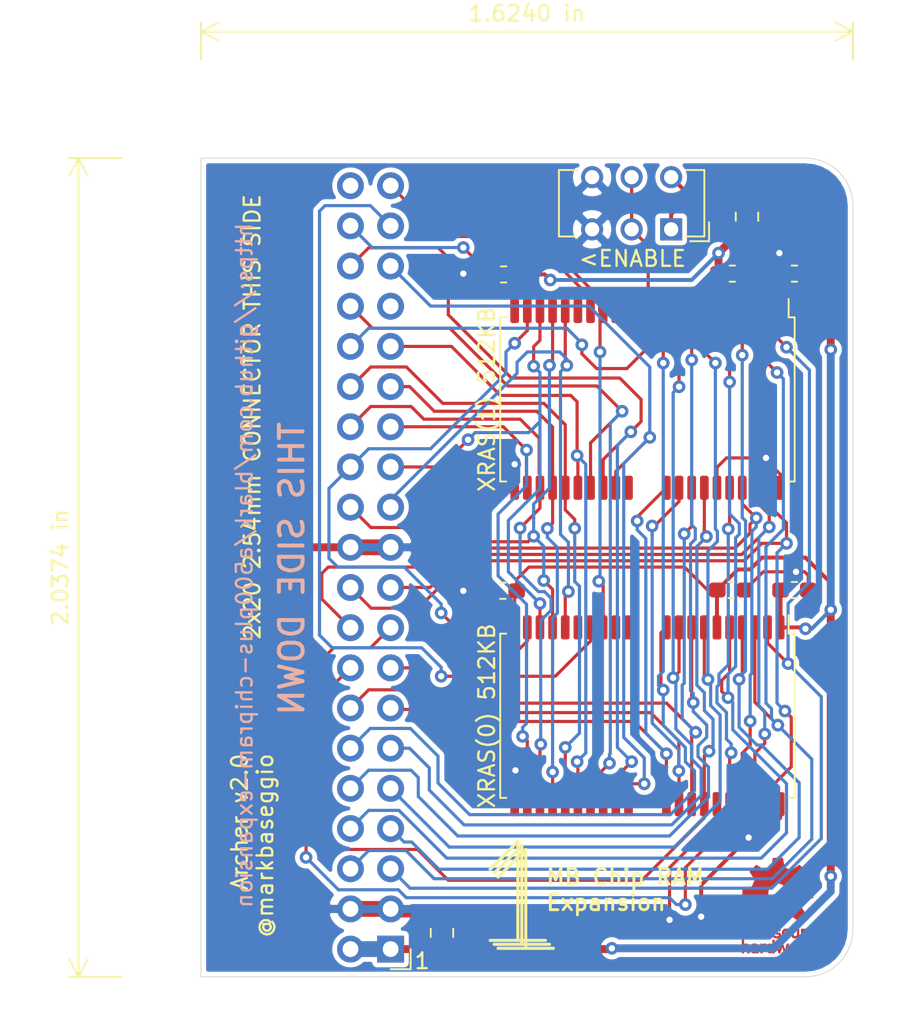
<source format=kicad_pcb>
(kicad_pcb (version 20171130) (host pcbnew "(5.1.4)-1")
  (layers (0 F.Cu signal) (31 B.Cu signal) (34 B.Paste user) (35 F.Paste user) (36 B.SilkS user) (37 F.SilkS user) (38 B.Mask user) (39 F.Mask user) (44 Edge.Cuts user))
  (net 0 "")
  (net 1 "Net-(J1-Pad40)")
  (net 2 XWE)
  (net 3 "XRAS(1)")
  (net 4 "XRAS(0)")
  (net 5 XCASU)
  (net 6 XCASL)
  (net 7 XOE)
  (net 8 "Net-(J1-Pad33)")
  (net 9 EN)
  (net 10 /8)
  (net 11 /7)
  (net 12 /6)
  (net 13 /5)
  (net 14 /4)
  (net 15 /3)
  (net 16 /2)
  (net 17 /1)
  (net 18 /0)
  (net 19 GND)
  (net 20 /15)
  (net 21 /14)
  (net 22 /13)
  (net 23 /12)
  (net 24 /11)
  (net 25 /10)
  (net 26 /9)
  (net 27 +5V)
  (net 28 "Net-(U1-Pad11)")
  (net 29 "Net-(U1-Pad12)")
  (net 30 "Net-(U1-Pad15)")
  (net 31 "Net-(U1-Pad30)")
  (net 32 "Net-(U2-Pad11)")
  (net 33 "Net-(U2-Pad12)")
  (net 34 "Net-(U2-Pad15)")
  (net 35 "Net-(U2-Pad30)")
  (net 36 /D8)
  (net 37 /D7)
  (net 38 /D6)
  (net 39 /D5)
  (net 40 /D4)
  (net 41 /D3)
  (net 42 /D2)
  (net 43 /D1)
  (net 44 /D0)
  (net 45 "Net-(R1-Pad2)")
  (module Resistor_SMD:R_0805_2012Metric_Pad1.15x1.40mm_HandSolder (layer F.Cu) (at 103.3 36.95 90)
    (fp_text reference R1 hide)
    (fp_text value 10K)
    (pad 2 smd roundrect (at 1.025 0 90) (size 1.15 1.4) (layers F.Cu F.Paste F.Mask) (roundrect_rratio 0.217391) (net 45 "Net-(R1-Pad2)"))
    (pad 1 smd roundrect (at -1.025 0 90) (size 1.15 1.4) (layers F.Cu F.Paste F.Mask) (roundrect_rratio 0.217391) (net 27 +5V))
  )
  (module Button_Switch_THT:SW_CuK_JS202011AQN_DPDT_Angled (layer F.Cu) (at 98.5 37.75 180)
    (fp_text reference SW1 hide)
    (fp_text value <ENABLE (at 2.45 -1.85) (layer F.SilkS))
    (pad 6 thru_hole circle (at 5 3.3 180) (size 1.4 1.4) (drill 0.9) (layers *.Cu *.Mask) (net 19 GND))
    (pad 5 thru_hole circle (at 2.5 3.3 180) (size 1.4 1.4) (drill 0.9) (layers *.Cu *.Mask) (net 9 EN))
    (pad 4 thru_hole circle (at 0 3.3 180) (size 1.4 1.4) (drill 0.9) (layers *.Cu *.Mask) (net 45 "Net-(R1-Pad2)"))
    (pad 3 thru_hole circle (at 5 0 180) (size 1.4 1.4) (drill 0.9) (layers *.Cu *.Mask) (net 19 GND))
    (pad 2 thru_hole circle (at 2.5 0 180) (size 1.4 1.4) (drill 0.9) (layers *.Cu *.Mask) (net 9 EN))
    (pad 1 thru_hole rect (at 0 0 180) (size 1.4 1.4) (drill 0.9) (layers *.Cu *.Mask) (net 45 "Net-(R1-Pad2)"))
  )
  (module Connector_PinHeader_2.54mm:PinHeader_2x20_P2.54mm_Horizontal (layer F.Cu) (at 80.75 83.25 180)
    (fp_text reference J1 hide)
    (fp_text value "A500 MEM EXP")
    (pad 1 thru_hole rect (at 0 0 180) (size 1.7 1.7) (drill 1) (layers *.Cu *.Mask) (net 27 +5V))
    (pad 2 thru_hole oval (at 2.54 0 180) (size 1.7 1.7) (drill 1) (layers *.Cu *.Mask) (net 27 +5V))
    (pad 3 thru_hole oval (at 0 2.54 180) (size 1.7 1.7) (drill 1) (layers *.Cu *.Mask) (net 19 GND))
    (pad 4 thru_hole oval (at 2.54 2.54 180) (size 1.7 1.7) (drill 1) (layers *.Cu *.Mask) (net 19 GND))
    (pad 5 thru_hole oval (at 0 5.08 180) (size 1.7 1.7) (drill 1) (layers *.Cu *.Mask) (net 18 /0))
    (pad 6 thru_hole oval (at 2.54 5.08 180) (size 1.7 1.7) (drill 1) (layers *.Cu *.Mask) (net 17 /1))
    (pad 7 thru_hole oval (at 0 7.62 180) (size 1.7 1.7) (drill 1) (layers *.Cu *.Mask) (net 16 /2))
    (pad 8 thru_hole oval (at 2.54 7.62 180) (size 1.7 1.7) (drill 1) (layers *.Cu *.Mask) (net 15 /3))
    (pad 9 thru_hole oval (at 0 10.16 180) (size 1.7 1.7) (drill 1) (layers *.Cu *.Mask) (net 14 /4))
    (pad 10 thru_hole oval (at 2.54 10.16 180) (size 1.7 1.7) (drill 1) (layers *.Cu *.Mask) (net 13 /5))
    (pad 11 thru_hole oval (at 0 12.7 180) (size 1.7 1.7) (drill 1) (layers *.Cu *.Mask) (net 12 /6))
    (pad 12 thru_hole oval (at 2.54 12.7 180) (size 1.7 1.7) (drill 1) (layers *.Cu *.Mask) (net 11 /7))
    (pad 13 thru_hole oval (at 0 15.24 180) (size 1.7 1.7) (drill 1) (layers *.Cu *.Mask) (net 10 /8))
    (pad 14 thru_hole oval (at 2.54 15.24 180) (size 1.7 1.7) (drill 1) (layers *.Cu *.Mask) (net 26 /9))
    (pad 15 thru_hole oval (at 0 17.78 180) (size 1.7 1.7) (drill 1) (layers *.Cu *.Mask) (net 25 /10))
    (pad 16 thru_hole oval (at 2.54 17.78 180) (size 1.7 1.7) (drill 1) (layers *.Cu *.Mask) (net 24 /11))
    (pad 17 thru_hole oval (at 0 20.32 180) (size 1.7 1.7) (drill 1) (layers *.Cu *.Mask) (net 23 /12))
    (pad 18 thru_hole oval (at 2.54 20.32 180) (size 1.7 1.7) (drill 1) (layers *.Cu *.Mask) (net 22 /13))
    (pad 19 thru_hole oval (at 0 22.86 180) (size 1.7 1.7) (drill 1) (layers *.Cu *.Mask) (net 21 /14))
    (pad 20 thru_hole oval (at 2.54 22.86 180) (size 1.7 1.7) (drill 1) (layers *.Cu *.Mask) (net 20 /15))
    (pad 21 thru_hole oval (at 0 25.4 180) (size 1.7 1.7) (drill 1) (layers *.Cu *.Mask) (net 19 GND))
    (pad 22 thru_hole oval (at 2.54 25.4 180) (size 1.7 1.7) (drill 1) (layers *.Cu *.Mask) (net 19 GND))
    (pad 23 thru_hole oval (at 0 27.94 180) (size 1.7 1.7) (drill 1) (layers *.Cu *.Mask) (net 44 /D0))
    (pad 24 thru_hole oval (at 2.54 27.94 180) (size 1.7 1.7) (drill 1) (layers *.Cu *.Mask) (net 43 /D1))
    (pad 25 thru_hole oval (at 0 30.48 180) (size 1.7 1.7) (drill 1) (layers *.Cu *.Mask) (net 42 /D2))
    (pad 26 thru_hole oval (at 2.54 30.48 180) (size 1.7 1.7) (drill 1) (layers *.Cu *.Mask) (net 41 /D3))
    (pad 27 thru_hole oval (at 0 33.02 180) (size 1.7 1.7) (drill 1) (layers *.Cu *.Mask) (net 40 /D4))
    (pad 28 thru_hole oval (at 2.54 33.02 180) (size 1.7 1.7) (drill 1) (layers *.Cu *.Mask) (net 39 /D5))
    (pad 29 thru_hole oval (at 0 35.56 180) (size 1.7 1.7) (drill 1) (layers *.Cu *.Mask) (net 38 /D6))
    (pad 30 thru_hole oval (at 2.54 35.56 180) (size 1.7 1.7) (drill 1) (layers *.Cu *.Mask) (net 37 /D7))
    (pad 31 thru_hole oval (at 0 38.1 180) (size 1.7 1.7) (drill 1) (layers *.Cu *.Mask) (net 36 /D8))
    (pad 32 thru_hole oval (at 2.54 38.1 180) (size 1.7 1.7) (drill 1) (layers *.Cu *.Mask) (net 9 EN))
    (pad 33 thru_hole oval (at 0 40.64 180) (size 1.7 1.7) (drill 1) (layers *.Cu *.Mask) (net 8 "Net-(J1-Pad33)"))
    (pad 34 thru_hole oval (at 2.54 40.64 180) (size 1.7 1.7) (drill 1) (layers *.Cu *.Mask) (net 7 XOE))
    (pad 35 thru_hole oval (at 0 43.18 180) (size 1.7 1.7) (drill 1) (layers *.Cu *.Mask) (net 6 XCASL))
    (pad 36 thru_hole oval (at 2.54 43.18 180) (size 1.7 1.7) (drill 1) (layers *.Cu *.Mask) (net 5 XCASU))
    (pad 37 thru_hole oval (at 0 45.72 180) (size 1.7 1.7) (drill 1) (layers *.Cu *.Mask) (net 4 "XRAS(0)"))
    (pad 38 thru_hole oval (at 2.54 45.72 180) (size 1.7 1.7) (drill 1) (layers *.Cu *.Mask) (net 3 "XRAS(1)"))
    (pad 39 thru_hole oval (at 0 48.26 180) (size 1.7 1.7) (drill 1) (layers *.Cu *.Mask) (net 2 XWE))
    (pad 40 thru_hole oval (at 2.54 48.26 180) (size 1.7 1.7) (drill 1) (layers *.Cu *.Mask) (net 1 "Net-(J1-Pad40)"))
  )
  (module Capacitor_SMD:C_0805_2012Metric_Pad1.15x1.40mm_HandSolder (layer F.Cu) (at 84 82.225 90)
    (fp_text reference C7 hide)
    (fp_text value 10uF)
    (pad 1 smd roundrect (at -1.025 0 90) (size 1.15 1.4) (layers F.Cu F.Paste F.Mask) (roundrect_rratio 0.217391) (net 27 +5V))
    (pad 2 smd roundrect (at 1.025 0 90) (size 1.15 1.4) (layers F.Cu F.Paste F.Mask) (roundrect_rratio 0.217391) (net 19 GND))
  )
  (module Symbol:OSHW-Logo_5.7x6mm_Copper (layer F.Cu) (at 105.25 80.5)
    (fp_text reference REF** hide)
    (fp_text value OSHW-Logo_5.7x6mm_Copper hide)
    (fp_poly (pts (xy 0.376964 -2.709982) (xy 0.433812 -2.40843) (xy 0.853338 -2.235488) (xy 1.104984 -2.406605) (xy 1.175458 -2.45425) (xy 1.239163 -2.49679) (xy 1.293126 -2.532285) (xy 1.334373 -2.55879) (xy 1.359934 -2.574364) (xy 1.366895 -2.577722) (xy 1.379435 -2.569086) (xy 1.406231 -2.545208) (xy 1.44428 -2.509141) (xy 1.490579 -2.463933) (xy 1.542123 -2.412636) (xy 1.595909 -2.358299) (xy 1.648935 -2.303972) (xy 1.698195 -2.252705) (xy 1.740687 -2.207549) (xy 1.773407 -2.171554) (xy 1.793351 -2.14777) (xy 1.798119 -2.13981) (xy 1.791257 -2.125135) (xy 1.77202 -2.092986) (xy 1.74243 -2.046508) (xy 1.70451 -1.988844) (xy 1.660282 -1.92314) (xy 1.634654 -1.885664) (xy 1.587941 -1.817232) (xy 1.546432 -1.75548) (xy 1.51214 -1.703481) (xy 1.48708 -1.664308) (xy 1.473264 -1.641035) (xy 1.471188 -1.636145) (xy 1.475895 -1.622245) (xy 1.488723 -1.58985) (xy 1.507738 -1.543515) (xy 1.531003 -1.487794) (xy 1.556584 -1.427242) (xy 1.582545 -1.366414) (xy 1.60695 -1.309864) (xy 1.627863 -1.262148) (xy 1.643349 -1.227819) (xy 1.651472 -1.211432) (xy 1.651952 -1.210788) (xy 1.664707 -1.207659) (xy 1.698677 -1.200679) (xy 1.75034 -1.190533) (xy 1.816176 -1.177908) (xy 1.892664 -1.163491) (xy 1.93729 -1.155177) (xy 2.019021 -1.139616) (xy 2.092843 -1.124808) (xy 2.155021 -1.111564) (xy 2.201822 -1.100695) (xy 2.229509 -1.093011) (xy 2.235074 -1.090573) (xy 2.240526 -1.07407) (xy 2.244924 -1.0368) (xy 2.248272 -0.98312) (xy 2.250574 -0.917388) (xy 2.251832 -0.843963) (xy 2.252048 -0.767204) (xy 2.251227 -0.691468) (xy 2.249371 -0.621114) (xy 2.246482 -0.5605) (xy 2.242565 -0.513984) (xy 2.237622 -0.485925) (xy 2.234657 -0.480084) (xy 2.216934 -0.473083) (xy 2.179381 -0.463073) (xy 2.126964 -0.451231) (xy 2.064652 -0.438733) (xy 2.0429 -0.43469) (xy 1.938024 -0.41548) (xy 1.85518 -0.400009) (xy 1.79163 -0.387663) (xy 1.744637 -0.377827) (xy 1.711463 -0.369886) (xy 1.689371 -0.363224) (xy 1.675624 -0.357227) (xy 1.667484 -0.351281) (xy 1.666345 -0.350106) (xy 1.654977 -0.331174) (xy 1.637635 -0.294331) (xy 1.61605 -0.244087) (xy 1.591954 -0.184954) (xy 1.567079 -0.121444) (xy 1.543157 -0.058068) (xy 1.521919 0.000662) (xy 1.505097 0.050235) (xy 1.494422 0.086139) (xy 1.491627 0.103862) (xy 1.49186 0.104483) (xy 1.501331 0.11897) (xy 1.522818 0.150844) (xy 1.554063 0.196789) (xy 1.592807 0.253485) (xy 1.636793 0.317617) (xy 1.649319 0.335842) (xy 1.693984 0.401914) (xy 1.733288 0.4622) (xy 1.765088 0.513235) (xy 1.787245 0.55156) (xy 1.797617 0.573711) (xy 1.798119 0.576432) (xy 1.789405 0.590736) (xy 1.765325 0.619072) (xy 1.728976 0.658396) (xy 1.683453 0.705661) (xy 1.631852 0.757823) (xy 1.577267 0.811835) (xy 1.522794 0.864653) (xy 1.471529 0.913231) (xy 1.426567 0.954523) (xy 1.391004 0.985485) (xy 1.367935 1.00307) (xy 1.361554 1.005941) (xy 1.346699 0.999178) (xy 1.316286 0.980939) (xy 1.275268 0.954297) (xy 1.243709 0.932852) (xy 1.186525 0.893503) (xy 1.118806 0.847171) (xy 1.05088 0.800913) (xy 1.014361 0.776155) (xy 0.890752 0.692547) (xy 0.786991 0.74865) (xy 0.73972 0.773228) (xy 0.699523 0.792331) (xy 0.672326 0.803227) (xy 0.665402 0.804743) (xy 0.657077 0.793549) (xy 0.640654 0.761917) (xy 0.617357 0.712765) (xy 0.588414 0.64901) (xy 0.55505 0.573571) (xy 0.518491 0.489364) (xy 0.479964 0.399308) (xy 0.440694 0.306321) (xy 0.401908 0.21332) (xy 0.36483 0.123223) (xy 0.330689 0.038948) (xy 0.300708 -0.036587) (xy 0.276116 -0.100466) (xy 0.258136 -0.149769) (xy 0.247997 -0.181579) (xy 0.246366 -0.192504) (xy 0.259291 -0.206439) (xy 0.287589 -0.22906) (xy 0.325346 -0.255667) (xy 0.328515 -0.257772) (xy 0.4261 -0.335886) (xy 0.504786 -0.427018) (xy 0.563891 -0.528255) (xy 0.602732 -0.636682) (xy 0.620628 -0.749386) (xy 0.616897 -0.863452) (xy 0.590857 -0.975966) (xy 0.541825 -1.084015) (xy 0.5274 -1.107655) (xy 0.452369 -1.203113) (xy 0.36373 -1.279768) (xy 0.264549 -1.33722) (xy 0.157895 -1.375071) (xy 0.046836 -1.392922) (xy -0.065561 -1.390375) (xy -0.176227 -1.36703) (xy -0.282094 -1.32249) (xy -0.380095 -1.256355) (xy -0.41041 -1.229513) (xy -0.487562 -1.145488) (xy -0.543782 -1.057034) (xy -0.582347 -0.957885) (xy -0.603826 -0.859697) (xy -0.609128 -0.749303) (xy -0.591448 -0.63836) (xy -0.552581 -0.530619) (xy -0.494323 -0.429831) (xy -0.418469 -0.339744) (xy -0.326817 -0.264108) (xy -0.314772 -0.256136) (xy -0.276611 -0.230026) (xy -0.247601 -0.207405) (xy -0.233732 -0.192961) (xy -0.233531 -0.192504) (xy -0.236508 -0.176879) (xy -0.248311 -0.141418) (xy -0.267714 -0.089038) (xy -0.293488 -0.022655) (xy -0.324409 0.054814) (xy -0.359249 0.14045) (xy -0.396783 0.231337) (xy -0.435783 0.324559) (xy -0.475023 0.417197) (xy -0.513276 0.506335) (xy -0.549317 0.589055) (xy -0.581917 0.662441) (xy -0.609852 0.723575) (xy -0.631895 0.769541) (xy -0.646818 0.797421) (xy -0.652828 0.804743) (xy -0.671191 0.799041) (xy -0.705552 0.783749) (xy -0.749984 0.761599) (xy -0.774417 0.74865) (xy -0.878178 0.692547) (xy -1.001787 0.776155) (xy -1.064886 0.818987) (xy -1.13397 0.866122) (xy -1.198707 0.910503) (xy -1.231134 0.932852) (xy -1.276741 0.963477) (xy -1.31536 0.987747) (xy -1.341952 1.002587) (xy -1.35059 1.005724) (xy -1.363161 0.997261) (xy -1.390984 0.973636) (xy -1.431361 0.937302) (xy -1.481595 0.890711) (xy -1.538988 0.836317) (xy -1.575286 0.801392) (xy -1.63879 0.738996) (xy -1.693673 0.683188) (xy -1.737714 0.636354) (xy -1.768695 0.600882) (xy -1.784398 0.579161) (xy -1.785905 0.574752) (xy -1.778914 0.557985) (xy -1.759594 0.524082) (xy -1.730091 0.476476) (xy -1.692545 0.418599) (xy -1.6491 0.353884) (xy -1.636745 0.335842) (xy -1.591727 0.270267) (xy -1.55134 0.211228) (xy -1.51784 0.162042) (xy -1.493486 0.126028) (xy -1.480536 0.106502) (xy -1.479285 0.104483) (xy -1.481156 0.088922) (xy -1.491087 0.054709) (xy -1.507347 0.006355) (xy -1.528205 -0.051629) (xy -1.551927 -0.11473) (xy -1.576784 -0.178437) (xy -1.601042 -0.238239) (xy -1.622971 -0.289624) (xy -1.640838 -0.328081) (xy -1.652913 -0.349098) (xy -1.653771 -0.350106) (xy -1.661154 -0.356112) (xy -1.673625 -0.362052) (xy -1.69392 -0.36854) (xy -1.724778 -0.376191) (xy -1.768934 -0.38562) (xy -1.829126 -0.397441) (xy -1.908093 -0.412271) (xy -2.00857 -0.430723) (xy -2.030325 -0.43469) (xy -2.094802 -0.447147) (xy -2.151011 -0.459334) (xy -2.193987 -0.470074) (xy -2.21876 -0.478191) (xy -2.222082 -0.480084) (xy -2.227556 -0.496862) (xy -2.232006 -0.534355) (xy -2.235428 -0.588206) (xy -2.237819 -0.654056) (xy -2.239177 -0.727547) (xy -2.239499 -0.80432) (xy -2.238781 -0.880017) (xy -2.237021 -0.95028) (xy -2.234216 -1.01075) (xy -2.230362 -1.05707) (xy -2.225457 -1.084881) (xy -2.2225 -1.090573) (xy -2.206037 -1.096314) (xy -2.168551 -1.105655) (xy -2.113775 -1.117785) (xy -2.045445 -1.131893) (xy -1.967294 -1.14717) (xy -1.924716 -1.155177) (xy -1.843929 -1.170279) (xy -1.771887 -1.18396) (xy -1.712111 -1.195533) (xy -1.668121 -1.204313) (xy -1.643439 -1.209613) (xy -1.639377 -1.210788) (xy -1.632511 -1.224035) (xy -1.617998 -1.255943) (xy -1.597771 -1.301953) (xy -1.573766 -1.357508) (xy -1.547918 -1.418047) (xy -1.52216 -1.479014) (xy -1.498427 -1.535849) (xy -1.478654 -1.583994) (xy -1.464776 -1.61889) (xy -1.458726 -1.635979) (xy -1.458614 -1.636726) (xy -1.465472 -1.650207) (xy -1.484698 -1.68123) (xy -1.514272 -1.726711) (xy -1.552173 -1.783568) (xy -1.59638 -1.848717) (xy -1.622079 -1.886138) (xy -1.668907 -1.954753) (xy -1.710499 -2.017048) (xy -1.744825 -2.069871) (xy -1.769857 -2.110073) (xy -1.783565 -2.1345) (xy -1.785544 -2.139976) (xy -1.777034 -2.152722) (xy -1.753507 -2.179937) (xy -1.717968 -2.218572) (xy -1.673423 -2.265577) (xy -1.622877 -2.317905) (xy -1.569336 -2.372505) (xy -1.515805 -2.42633) (xy -1.465289 -2.47633) (xy -1.420794 -2.519457) (xy -1.385325 -2.552661) (xy -1.361887 -2.572894) (xy -1.354046 -2.577722) (xy -1.34128 -2.570933) (xy -1.310744 -2.551858) (xy -1.26541 -2.522439) (xy -1.208244 -2.484619) (xy -1.142216 -2.440339) (xy -1.09241 -2.406605) (xy -0.840764 -2.235488) (xy -0.631001 -2.321959) (xy -0.421237 -2.40843) (xy -0.364389 -2.709982) (xy -0.30754 -3.011534) (xy 0.320115 -3.011534) (xy 0.376964 -2.709982)) (layer F.Cu) (width 0.01))
    (fp_poly (pts (xy 1.79946 1.45803) (xy 1.842711 1.471245) (xy 1.870558 1.487941) (xy 1.879629 1.501145) (xy 1.877132 1.516797) (xy 1.860931 1.541385) (xy 1.847232 1.5588) (xy 1.818992 1.590283) (xy 1.797775 1.603529) (xy 1.779688 1.602664) (xy 1.726035 1.58901) (xy 1.68663 1.58963) (xy 1.654632 1.605104) (xy 1.64389 1.614161) (xy 1.609505 1.646027) (xy 1.609505 2.062179) (xy 1.471188 2.062179) (xy 1.471188 1.458614) (xy 1.540347 1.458614) (xy 1.581869 1.460256) (xy 1.603291 1.466087) (xy 1.609502 1.477461) (xy 1.609505 1.477798) (xy 1.612439 1.489713) (xy 1.625704 1.488159) (xy 1.644084 1.479563) (xy 1.682046 1.463568) (xy 1.712872 1.453945) (xy 1.752536 1.451478) (xy 1.79946 1.45803)) (layer F.Cu) (width 0.01))
    (fp_poly (pts (xy -0.754012 1.469002) (xy -0.722717 1.48395) (xy -0.692409 1.505541) (xy -0.669318 1.530391) (xy -0.6525 1.562087) (xy -0.641006 1.604214) (xy -0.633891 1.660358) (xy -0.630207 1.734106) (xy -0.629008 1.829044) (xy -0.628989 1.838985) (xy -0.628713 2.062179) (xy -0.76703 2.062179) (xy -0.76703 1.856418) (xy -0.767128 1.780189) (xy -0.767809 1.724939) (xy -0.769651 1.686501) (xy -0.773233 1.660706) (xy -0.779132 1.643384) (xy -0.787927 1.630368) (xy -0.80018 1.617507) (xy -0.843047 1.589873) (xy -0.889843 1.584745) (xy -0.934424 1.602217) (xy -0.949928 1.615221) (xy -0.96131 1.627447) (xy -0.969481 1.64054) (xy -0.974974 1.658615) (xy -0.97832 1.685787) (xy -0.980051 1.72617) (xy -0.980697 1.783879) (xy -0.980792 1.854132) (xy -0.980792 2.062179) (xy -1.119109 2.062179) (xy -1.119109 1.458614) (xy -1.04995 1.458614) (xy -1.008428 1.460256) (xy -0.987006 1.466087) (xy -0.980795 1.477461) (xy -0.980792 1.477798) (xy -0.97791 1.488938) (xy -0.965199 1.487674) (xy -0.939926 1.475434) (xy -0.882605 1.457424) (xy -0.817037 1.455421) (xy -0.754012 1.469002)) (layer F.Cu) (width 0.01))
    (fp_poly (pts (xy 2.677898 1.456457) (xy 2.710096 1.464279) (xy 2.771825 1.492921) (xy 2.82461 1.536667) (xy 2.861141 1.589117) (xy 2.86616 1.600893) (xy 2.873045 1.63174) (xy 2.877864 1.677371) (xy 2.879505 1.723492) (xy 2.879505 1.810693) (xy 2.697178 1.810693) (xy 2.621979 1.810978) (xy 2.569003 1.812704) (xy 2.535325 1.817181) (xy 2.51802 1.82572) (xy 2.514163 1.83963) (xy 2.520829 1.860222) (xy 2.53277 1.884315) (xy 2.56608 1.924525) (xy 2.612368 1.944558) (xy 2.668944 1.943905) (xy 2.733031 1.922101) (xy 2.788417 1.895193) (xy 2.834375 1.931532) (xy 2.880333 1.967872) (xy 2.837096 2.007819) (xy 2.779374 2.045563) (xy 2.708386 2.06832) (xy 2.632029 2.074688) (xy 2.558199 2.063268) (xy 2.546287 2.059393) (xy 2.481399 2.025506) (xy 2.43313 1.974986) (xy 2.400465 1.906325) (xy 2.382385 1.818014) (xy 2.382175 1.816121) (xy 2.380556 1.719878) (xy 2.3871 1.685542) (xy 2.514852 1.685542) (xy 2.526584 1.690822) (xy 2.558438 1.694867) (xy 2.605397 1.697176) (xy 2.635154 1.697525) (xy 2.690648 1.697306) (xy 2.725346 1.695916) (xy 2.743601 1.692251) (xy 2.749766 1.68521) (xy 2.748195 1.67369) (xy 2.746878 1.669233) (xy 2.724382 1.627355) (xy 2.689003 1.593604) (xy 2.65778 1.578773) (xy 2.616301 1.579668) (xy 2.574269 1.598164) (xy 2.539012 1.628786) (xy 2.517854 1.666062) (xy 2.514852 1.685542) (xy 2.3871 1.685542) (xy 2.39669 1.635229) (xy 2.428698 1.564191) (xy 2.474701 1.508779) (xy 2.532821 1.471009) (xy 2.60118 1.452896) (xy 2.677898 1.456457)) (layer F.Cu) (width 0.01))
    (fp_poly (pts (xy 2.217226 1.46388) (xy 2.29008 1.49483) (xy 2.313027 1.509895) (xy 2.342354 1.533048) (xy 2.360764 1.551253) (xy 2.363961 1.557183) (xy 2.354935 1.57034) (xy 2.331837 1.592667) (xy 2.313344 1.60825) (xy 2.262728 1.648926) (xy 2.22276 1.615295) (xy 2.191874 1.593584) (xy 2.161759 1.58609) (xy 2.127292 1.58792) (xy 2.072561 1.601528) (xy 2.034886 1.629772) (xy 2.011991 1.675433) (xy 2.001597 1.741289) (xy 2.001595 1.741331) (xy 2.002494 1.814939) (xy 2.016463 1.868946) (xy 2.044328 1.905716) (xy 2.063325 1.918168) (xy 2.113776 1.933673) (xy 2.167663 1.933683) (xy 2.214546 1.918638) (xy 2.225644 1.911287) (xy 2.253476 1.892511) (xy 2.275236 1.889434) (xy 2.298704 1.903409) (xy 2.324649 1.92851) (xy 2.365716 1.97088) (xy 2.320121 2.008464) (xy 2.249674 2.050882) (xy 2.170233 2.071785) (xy 2.087215 2.070272) (xy 2.032694 2.056411) (xy 1.96897 2.022135) (xy 1.918005 1.968212) (xy 1.894851 1.930149) (xy 1.876099 1.875536) (xy 1.866715 1.806369) (xy 1.866643 1.731407) (xy 1.875824 1.659409) (xy 1.894199 1.599137) (xy 1.897093 1.592958) (xy 1.939952 1.532351) (xy 1.997979 1.488224) (xy 2.066591 1.461493) (xy 2.141201 1.453073) (xy 2.217226 1.46388)) (layer F.Cu) (width 0.01))
    (fp_poly (pts (xy 0.993367 1.654342) (xy 0.994555 1.746563) (xy 0.998897 1.81661) (xy 1.007558 1.867381) (xy 1.021704 1.901772) (xy 1.0425 1.922679) (xy 1.07111 1.933) (xy 1.106535 1.935636) (xy 1.143636 1.932682) (xy 1.171818 1.921889) (xy 1.192243 1.90036) (xy 1.206079 1.865199) (xy 1.214491 1.81351) (xy 1.218643 1.742394) (xy 1.219703 1.654342) (xy 1.219703 1.458614) (xy 1.35802 1.458614) (xy 1.35802 2.062179) (xy 1.288862 2.062179) (xy 1.24717 2.060489) (xy 1.225701 2.054556) (xy 1.219703 2.043293) (xy 1.216091 2.033261) (xy 1.201714 2.035383) (xy 1.172736 2.04958) (xy 1.106319 2.07148) (xy 1.035875 2.069928) (xy 0.968377 2.046147) (xy 0.936233 2.027362) (xy 0.911715 2.007022) (xy 0.893804 1.981573) (xy 0.881479 1.947458) (xy 0.873723 1.901121) (xy 0.869516 1.839007) (xy 0.86784 1.757561) (xy 0.867624 1.694578) (xy 0.867624 1.458614) (xy 0.993367 1.458614) (xy 0.993367 1.654342)) (layer F.Cu) (width 0.01))
    (fp_poly (pts (xy 0.610762 1.466055) (xy 0.674363 1.500692) (xy 0.724123 1.555372) (xy 0.747568 1.599842) (xy 0.757634 1.639121) (xy 0.764156 1.695116) (xy 0.766951 1.759621) (xy 0.765836 1.824429) (xy 0.760626 1.881334) (xy 0.754541 1.911727) (xy 0.734014 1.953306) (xy 0.698463 1.997468) (xy 0.655619 2.036087) (xy 0.613211 2.061034) (xy 0.612177 2.06143) (xy 0.559553 2.072331) (xy 0.497188 2.072601) (xy 0.437924 2.062676) (xy 0.41504 2.054722) (xy 0.356102 2.0213) (xy 0.31389 1.977511) (xy 0.286156 1.919538) (xy 0.270651 1.843565) (xy 0.267143 1.803771) (xy 0.26759 1.753766) (xy 0.402376 1.753766) (xy 0.406917 1.826732) (xy 0.419986 1.882334) (xy 0.440756 1.917861) (xy 0.455552 1.92802) (xy 0.493464 1.935104) (xy 0.538527 1.933007) (xy 0.577487 1.922812) (xy 0.587704 1.917204) (xy 0.614659 1.884538) (xy 0.632451 1.834545) (xy 0.640024 1.773705) (xy 0.636325 1.708497) (xy 0.628057 1.669253) (xy 0.60432 1.623805) (xy 0.566849 1.595396) (xy 0.52172 1.585573) (xy 0.475011 1.595887) (xy 0.439132 1.621112) (xy 0.420277 1.641925) (xy 0.409272 1.662439) (xy 0.404026 1.690203) (xy 0.402449 1.732762) (xy 0.402376 1.753766) (xy 0.26759 1.753766) (xy 0.268094 1.69758) (xy 0.285388 1.610501) (xy 0.319029 1.54253) (xy 0.369018 1.493664) (xy 0.435356 1.463899) (xy 0.449601 1.460448) (xy 0.53521 1.452345) (xy 0.610762 1.466055)) (layer F.Cu) (width 0.01))
    (fp_poly (pts (xy 0.014017 1.456452) (xy 0.061634 1.465482) (xy 0.111034 1.48437) (xy 0.116312 1.486777) (xy 0.153774 1.506476) (xy 0.179717 1.524781) (xy 0.188103 1.536508) (xy 0.180117 1.555632) (xy 0.16072 1.58385) (xy 0.15211 1.594384) (xy 0.116628 1.635847) (xy 0.070885 1.608858) (xy 0.02735 1.590878) (xy -0.02295 1.581267) (xy -0.071188 1.58066) (xy -0.108533 1.589691) (xy -0.117495 1.595327) (xy -0.134563 1.621171) (xy -0.136637 1.650941) (xy -0.123866 1.674197) (xy -0.116312 1.678708) (xy -0.093675 1.684309) (xy -0.053885 1.690892) (xy -0.004834 1.697183) (xy 0.004215 1.69817) (xy 0.082996 1.711798) (xy 0.140136 1.734946) (xy 0.17803 1.769752) (xy 0.199079 1.818354) (xy 0.205635 1.877718) (xy 0.196577 1.945198) (xy 0.167164 1.998188) (xy 0.117278 2.036783) (xy 0.0468 2.061081) (xy -0.031435 2.070667) (xy -0.095234 2.070552) (xy -0.146984 2.061845) (xy -0.182327 2.049825) (xy -0.226983 2.02888) (xy -0.268253 2.004574) (xy -0.282921 1.993876) (xy -0.320643 1.963084) (xy -0.275148 1.917049) (xy -0.229653 1.871013) (xy -0.177928 1.905243) (xy -0.126048 1.930952) (xy -0.070649 1.944399) (xy -0.017395 1.945818) (xy 0.028049 1.935443) (xy 0.060016 1.913507) (xy 0.070338 1.894998) (xy 0.068789 1.865314) (xy 0.04314 1.842615) (xy -0.00654 1.82694) (xy -0.060969 1.819695) (xy -0.144736 1.805873) (xy -0.206967 1.779796) (xy -0.248493 1.740699) (xy -0.270147 1.68782) (xy -0.273147 1.625126) (xy -0.258329 1.559642) (xy -0.224546 1.510144) (xy -0.171495 1.476408) (xy -0.098874 1.458207) (xy -0.045072 1.454639) (xy 0.014017 1.456452)) (layer F.Cu) (width 0.01))
    (fp_poly (pts (xy -1.356699 1.472614) (xy -1.344168 1.478514) (xy -1.300799 1.510283) (xy -1.25979 1.556646) (xy -1.229168 1.607696) (xy -1.220459 1.631166) (xy -1.212512 1.673091) (xy -1.207774 1.723757) (xy -1.207199 1.744679) (xy -1.207129 1.810693) (xy -1.587083 1.810693) (xy -1.578983 1.845273) (xy -1.559104 1.88617) (xy -1.524347 1.921514) (xy -1.482998 1.944282) (xy -1.456649 1.94901) (xy -1.420916 1.943273) (xy -1.378282 1.928882) (xy -1.363799 1.922262) (xy -1.31024 1.895513) (xy -1.264533 1.930376) (xy -1.238158 1.953955) (xy -1.224124 1.973417) (xy -1.223414 1.979129) (xy -1.235951 1.992973) (xy -1.263428 2.014012) (xy -1.288366 2.030425) (xy -1.355664 2.05993) (xy -1.43111 2.073284) (xy -1.505888 2.069812) (xy -1.565495 2.051663) (xy -1.626941 2.012784) (xy -1.670608 1.961595) (xy -1.697926 1.895367) (xy -1.710322 1.811371) (xy -1.711421 1.772936) (xy -1.707022 1.684861) (xy -1.706482 1.682299) (xy -1.580582 1.682299) (xy -1.577115 1.690558) (xy -1.562863 1.695113) (xy -1.53347 1.697065) (xy -1.484575 1.697517) (xy -1.465748 1.697525) (xy -1.408467 1.696843) (xy -1.372141 1.694364) (xy -1.352604 1.689443) (xy -1.34569 1.681434) (xy -1.345445 1.678862) (xy -1.353336 1.658423) (xy -1.373085 1.629789) (xy -1.381575 1.619763) (xy -1.413094 1.591408) (xy -1.445949 1.580259) (xy -1.463651 1.579327) (xy -1.511539 1.590981) (xy -1.551699 1.622285) (xy -1.577173 1.667752) (xy -1.577625 1.669233) (xy -1.580582 1.682299) (xy -1.706482 1.682299) (xy -1.692392 1.61551) (xy -1.666038 1.560025) (xy -1.633807 1.520639) (xy -1.574217 1.477931) (xy -1.504168 1.455109) (xy -1.429661 1.453046) (xy -1.356699 1.472614)) (layer F.Cu) (width 0.01))
    (fp_poly (pts (xy -2.538261 1.465148) (xy -2.472479 1.494231) (xy -2.42254 1.542793) (xy -2.388374 1.610908) (xy -2.369907 1.698651) (xy -2.368583 1.712351) (xy -2.367546 1.808939) (xy -2.380993 1.893602) (xy -2.408108 1.962221) (xy -2.422627 1.984294) (xy -2.473201 2.031011) (xy -2.537609 2.061268) (xy -2.609666 2.073824) (xy -2.683185 2.067439) (xy -2.739072 2.047772) (xy -2.787132 2.014629) (xy -2.826412 1.971175) (xy -2.827092 1.970158) (xy -2.843044 1.943338) (xy -2.85341 1.916368) (xy -2.859688 1.882332) (xy -2.863373 1.83431) (xy -2.864997 1.794931) (xy -2.865672 1.759219) (xy -2.739955 1.759219) (xy -2.738726 1.79477) (xy -2.734266 1.842094) (xy -2.726397 1.872465) (xy -2.712207 1.894072) (xy -2.698917 1.906694) (xy -2.651802 1.933122) (xy -2.602505 1.936653) (xy -2.556593 1.917639) (xy -2.533638 1.896331) (xy -2.517096 1.874859) (xy -2.507421 1.854313) (xy -2.503174 1.827574) (xy -2.50292 1.787523) (xy -2.504228 1.750638) (xy -2.507043 1.697947) (xy -2.511505 1.663772) (xy -2.519548 1.64148) (xy -2.533103 1.624442) (xy -2.543845 1.614703) (xy -2.588777 1.589123) (xy -2.637249 1.587847) (xy -2.677894 1.602999) (xy -2.712567 1.634642) (xy -2.733224 1.68662) (xy -2.739955 1.759219) (xy -2.865672 1.759219) (xy -2.866479 1.716621) (xy -2.863948 1.658056) (xy -2.856362 1.614007) (xy -2.842681 1.579248) (xy -2.821865 1.548551) (xy -2.814147 1.539436) (xy -2.765889 1.494021) (xy -2.714128 1.467493) (xy -2.650828 1.456379) (xy -2.619961 1.455471) (xy -2.538261 1.465148)) (layer F.Cu) (width 0.01))
    (fp_poly (pts (xy 2.032581 2.40497) (xy 2.092685 2.420597) (xy 2.143021 2.452848) (xy 2.167393 2.47694) (xy 2.207345 2.533895) (xy 2.230242 2.599965) (xy 2.238108 2.681182) (xy 2.238148 2.687748) (xy 2.238218 2.753763) (xy 1.858264 2.753763) (xy 1.866363 2.788342) (xy 1.880987 2.819659) (xy 1.906581 2.852291) (xy 1.911935 2.8575) (xy 1.957943 2.885694) (xy 2.01041 2.890475) (xy 2.070803 2.871926) (xy 2.08104 2.866931) (xy 2.112439 2.851745) (xy 2.13347 2.843094) (xy 2.137139 2.842293) (xy 2.149948 2.850063) (xy 2.174378 2.869072) (xy 2.186779 2.87946) (xy 2.212476 2.903321) (xy 2.220915 2.919077) (xy 2.215058 2.933571) (xy 2.211928 2.937534) (xy 2.190725 2.954879) (xy 2.155738 2.975959) (xy 2.131337 2.988265) (xy 2.062072 3.009946) (xy 1.985388 3.016971) (xy 1.912765 3.008647) (xy 1.892426 3.002686) (xy 1.829476 2.968952) (xy 1.782815 2.917045) (xy 1.752173 2.846459) (xy 1.737282 2.756692) (xy 1.735647 2.709753) (xy 1.740421 2.641413) (xy 1.86099 2.641413) (xy 1.872652 2.646465) (xy 1.903998 2.650429) (xy 1.949571 2.652768) (xy 1.980446 2.653169) (xy 2.035981 2.652783) (xy 2.071033 2.650975) (xy 2.090262 2.646773) (xy 2.09833 2.639203) (xy 2.099901 2.628218) (xy 2.089121 2.594381) (xy 2.06198 2.56094) (xy 2.026277 2.535272) (xy 1.99056 2.524772) (xy 1.942048 2.534086) (xy 1.900053 2.561013) (xy 1.870936 2.599827) (xy 1.86099 2.641413) (xy 1.740421 2.641413) (xy 1.742599 2.610236) (xy 1.764055 2.530949) (xy 1.80047 2.471263) (xy 1.852297 2.430549) (xy 1.91999 2.408179) (xy 1.956662 2.403871) (xy 2.032581 2.40497)) (layer F.Cu) (width 0.01))
    (fp_poly (pts (xy 1.635255 2.401486) (xy 1.683595 2.411015) (xy 1.711114 2.425125) (xy 1.740064 2.448568) (xy 1.698876 2.500571) (xy 1.673482 2.532064) (xy 1.656238 2.547428) (xy 1.639102 2.549776) (xy 1.614027 2.542217) (xy 1.602257 2.537941) (xy 1.55427 2.531631) (xy 1.510324 2.545156) (xy 1.47806 2.57571) (xy 1.472819 2.585452) (xy 1.467112 2.611258) (xy 1.462706 2.658817) (xy 1.459811 2.724758) (xy 1.458631 2.80571) (xy 1.458614 2.817226) (xy 1.458614 3.017822) (xy 1.320297 3.017822) (xy 1.320297 2.401683) (xy 1.389456 2.401683) (xy 1.429333 2.402725) (xy 1.450107 2.407358) (xy 1.457789 2.417849) (xy 1.458614 2.427745) (xy 1.458614 2.453806) (xy 1.491745 2.427745) (xy 1.529735 2.409965) (xy 1.58077 2.401174) (xy 1.635255 2.401486)) (layer F.Cu) (width 0.01))
    (fp_poly (pts (xy 1.038411 2.405417) (xy 1.091411 2.41829) (xy 1.106731 2.42511) (xy 1.136428 2.442974) (xy 1.15922 2.463093) (xy 1.176083 2.488962) (xy 1.187998 2.524073) (xy 1.195942 2.57192) (xy 1.200894 2.635996) (xy 1.203831 2.719794) (xy 1.204947 2.775768) (xy 1.209052 3.017822) (xy 1.138932 3.017822) (xy 1.096393 3.016038) (xy 1.074476 3.009942) (xy 1.068812 2.999706) (xy 1.065821 2.988637) (xy 1.052451 2.990754) (xy 1.034233 2.999629) (xy 0.988624 3.013233) (xy 0.930007 3.016899) (xy 0.868354 3.010903) (xy 0.813638 2.995521) (xy 0.80873 2.993386) (xy 0.758723 2.958255) (xy 0.725756 2.909419) (xy 0.710587 2.852333) (xy 0.711746 2.831824) (xy 0.835508 2.831824) (xy 0.846413 2.859425) (xy 0.878745 2.879204) (xy 0.93091 2.889819) (xy 0.958787 2.891228) (xy 1.005247 2.88762) (xy 1.036129 2.873597) (xy 1.043664 2.866931) (xy 1.064076 2.830666) (xy 1.068812 2.797773) (xy 1.068812 2.753763) (xy 1.007513 2.753763) (xy 0.936256 2.757395) (xy 0.886276 2.768818) (xy 0.854696 2.788824) (xy 0.847626 2.797743) (xy 0.835508 2.831824) (xy 0.711746 2.831824) (xy 0.713971 2.792456) (xy 0.736663 2.735244) (xy 0.767624 2.69658) (xy 0.786376 2.679864) (xy 0.804733 2.668878) (xy 0.828619 2.66218) (xy 0.863957 2.658326) (xy 0.916669 2.655873) (xy 0.937577 2.655168) (xy 1.068812 2.650879) (xy 1.06862 2.611158) (xy 1.063537 2.569405) (xy 1.045162 2.544158) (xy 1.008039 2.52803) (xy 1.007043 2.527742) (xy 0.95441 2.5214) (xy 0.902906 2.529684) (xy 0.86463 2.549827) (xy 0.849272 2.559773) (xy 0.83273 2.558397) (xy 0.807275 2.543987) (xy 0.792328 2.533817) (xy 0.763091 2.512088) (xy 0.74498 2.4958) (xy 0.742074 2.491137) (xy 0.75404 2.467005) (xy 0.789396 2.438185) (xy 0.804753 2.428461) (xy 0.848901 2.411714) (xy 0.908398 2.402227) (xy 0.974487 2.400095) (xy 1.038411 2.405417)) (layer F.Cu) (width 0.01))
    (fp_poly (pts (xy 0.281524 2.404237) (xy 0.331255 2.407971) (xy 0.461291 2.797773) (xy 0.481678 2.728614) (xy 0.493946 2.685874) (xy 0.510085 2.628115) (xy 0.527512 2.564625) (xy 0.536726 2.53057) (xy 0.571388 2.401683) (xy 0.714391 2.401683) (xy 0.671646 2.536857) (xy 0.650596 2.603342) (xy 0.625167 2.683539) (xy 0.59861 2.767193) (xy 0.574902 2.841782) (xy 0.520902 3.011535) (xy 0.462598 3.015328) (xy 0.404295 3.019122) (xy 0.372679 2.914734) (xy 0.353182 2.849889) (xy 0.331904 2.7784) (xy 0.313308 2.715263) (xy 0.312574 2.71275) (xy 0.298684 2.669969) (xy 0.286429 2.640779) (xy 0.277846 2.629741) (xy 0.276082 2.631018) (xy 0.269891 2.64813) (xy 0.258128 2.684787) (xy 0.242225 2.736378) (xy 0.223614 2.798294) (xy 0.213543 2.832352) (xy 0.159007 3.017822) (xy 0.043264 3.017822) (xy -0.049263 2.725471) (xy -0.075256 2.643462) (xy -0.098934 2.568987) (xy -0.11918 2.505544) (xy -0.134874 2.456632) (xy -0.144898 2.425749) (xy -0.147945 2.416726) (xy -0.145533 2.407487) (xy -0.126592 2.403441) (xy -0.087177 2.403846) (xy -0.081007 2.404152) (xy -0.007914 2.407971) (xy 0.039957 2.58401) (xy 0.057553 2.648211) (xy 0.073277 2.704649) (xy 0.085746 2.748422) (xy 0.093574 2.77463) (xy 0.09502 2.778903) (xy 0.101014 2.77399) (xy 0.113101 2.748532) (xy 0.129893 2.705997) (xy 0.150003 2.64985) (xy 0.167003 2.59913) (xy 0.231794 2.400504) (xy 0.281524 2.404237)) (layer F.Cu) (width 0.01))
    (fp_poly (pts (xy -0.201188 3.017822) (xy -0.270346 3.017822) (xy -0.310488 3.016645) (xy -0.331394 3.011772) (xy -0.338922 3.001186) (xy -0.339505 2.994029) (xy -0.340774 2.979676) (xy -0.348779 2.976923) (xy -0.369815 2.985771) (xy -0.386173 2.994029) (xy -0.448977 3.013597) (xy -0.517248 3.014729) (xy -0.572752 3.000135) (xy -0.624438 2.964877) (xy -0.663838 2.912835) (xy -0.685413 2.85145) (xy -0.685962 2.848018) (xy -0.689167 2.810571) (xy -0.690761 2.756813) (xy -0.690633 2.716155) (xy -0.553279 2.716155) (xy -0.550097 2.770194) (xy -0.542859 2.814735) (xy -0.53306 2.839888) (xy -0.495989 2.87426) (xy -0.451974 2.886582) (xy -0.406584 2.876618) (xy -0.367797 2.846895) (xy -0.353108 2.826905) (xy -0.344519 2.80305) (xy -0.340496 2.76823) (xy -0.339505 2.71593) (xy -0.341278 2.664139) (xy -0.345963 2.618634) (xy -0.352603 2.588181) (xy -0.35371 2.585452) (xy -0.380491 2.553) (xy -0.419579 2.535183) (xy -0.463315 2.532306) (xy -0.504038 2.544674) (xy -0.534087 2.572593) (xy -0.537204 2.578148) (xy -0.546961 2.612022) (xy -0.552277 2.660728) (xy -0.553279 2.716155) (xy -0.690633 2.716155) (xy -0.690568 2.69554) (xy -0.689664 2.662563) (xy -0.683514 2.580981) (xy -0.670733 2.51973) (xy -0.649471 2.474449) (xy -0.617878 2.440779) (xy -0.587207 2.421014) (xy -0.544354 2.40712) (xy -0.491056 2.402354) (xy -0.43648 2.406236) (xy -0.389792 2.418282) (xy -0.365124 2.432693) (xy -0.339505 2.455878) (xy -0.339505 2.162773) (xy -0.201188 2.162773) (xy -0.201188 3.017822)) (layer F.Cu) (width 0.01))
    (fp_poly (pts (xy -0.993356 2.40302) (xy -0.974539 2.40866) (xy -0.968473 2.421053) (xy -0.968218 2.426647) (xy -0.967129 2.44223) (xy -0.959632 2.444676) (xy -0.939381 2.433993) (xy -0.927351 2.426694) (xy -0.8894 2.411063) (xy -0.844072 2.403334) (xy -0.796544 2.40274) (xy -0.751995 2.408513) (xy -0.715602 2.419884) (xy -0.692543 2.436088) (xy -0.687996 2.456355) (xy -0.690291 2.461843) (xy -0.70702 2.484626) (xy -0.732963 2.512647) (xy -0.737655 2.517177) (xy -0.762383 2.538005) (xy -0.783718 2.544735) (xy -0.813555 2.540038) (xy -0.825508 2.536917) (xy -0.862705 2.529421) (xy -0.888859 2.532792) (xy -0.910946 2.544681) (xy -0.931178 2.560635) (xy -0.946079 2.5807) (xy -0.956434 2.608702) (xy -0.963029 2.648467) (xy -0.966649 2.703823) (xy -0.968078 2.778594) (xy -0.968218 2.82374) (xy -0.968218 3.017822) (xy -1.09396 3.017822) (xy -1.09396 2.401683) (xy -1.031089 2.401683) (xy -0.993356 2.40302)) (layer F.Cu) (width 0.01))
    (fp_poly (pts (xy -1.38421 2.406555) (xy -1.325055 2.422339) (xy -1.280023 2.450948) (xy -1.248246 2.488419) (xy -1.238366 2.504411) (xy -1.231073 2.521163) (xy -1.225974 2.542592) (xy -1.222679 2.572616) (xy -1.220797 2.615154) (xy -1.219937 2.674122) (xy -1.219707 2.75344) (xy -1.219703 2.774484) (xy -1.219703 3.017822) (xy -1.280059 3.017822) (xy -1.318557 3.015126) (xy -1.347023 3.008295) (xy -1.354155 3.004083) (xy -1.373652 2.996813) (xy -1.393566 3.004083) (xy -1.426353 3.01316) (xy -1.473978 3.016813) (xy -1.526764 3.015228) (xy -1.575036 3.008589) (xy -1.603218 3.000072) (xy -1.657753 2.965063) (xy -1.691835 2.916479) (xy -1.707157 2.851882) (xy -1.707299 2.850223) (xy -1.705955 2.821566) (xy -1.584356 2.821566) (xy -1.573726 2.854161) (xy -1.55641 2.872505) (xy -1.521652 2.886379) (xy -1.475773 2.891917) (xy -1.428988 2.889191) (xy -1.391514 2.878274) (xy -1.381015 2.871269) (xy -1.362668 2.838904) (xy -1.35802 2.802111) (xy -1.35802 2.753763) (xy -1.427582 2.753763) (xy -1.493667 2.75885) (xy -1.543764 2.773263) (xy -1.574929 2.795729) (xy -1.584356 2.821566) (xy -1.705955 2.821566) (xy -1.703987 2.779647) (xy -1.68071 2.723845) (xy -1.636948 2.681647) (xy -1.630899 2.677808) (xy -1.604907 2.665309) (xy -1.572735 2.65774) (xy -1.52776 2.654061) (xy -1.474331 2.653216) (xy -1.35802 2.653169) (xy -1.35802 2.604411) (xy -1.362953 2.566581) (xy -1.375543 2.541236) (xy -1.377017 2.539887) (xy -1.405034 2.5288) (xy -1.447326 2.524503) (xy -1.494064 2.526615) (xy -1.535418 2.534756) (xy -1.559957 2.546965) (xy -1.573253 2.556746) (xy -1.587294 2.558613) (xy -1.606671 2.5506) (xy -1.635976 2.530739) (xy -1.679803 2.497063) (xy -1.683825 2.493909) (xy -1.681764 2.482236) (xy -1.664568 2.462822) (xy -1.638433 2.441248) (xy -1.609552 2.423096) (xy -1.600478 2.418809) (xy -1.56738 2.410256) (xy -1.51888 2.404155) (xy -1.464695 2.401708) (xy -1.462161 2.401703) (xy -1.38421 2.406555)) (layer F.Cu) (width 0.01))
    (fp_poly (pts (xy -1.908759 1.469184) (xy -1.882247 1.482282) (xy -1.849553 1.505106) (xy -1.825725 1.529996) (xy -1.809406 1.561249) (xy -1.79924 1.603166) (xy -1.793872 1.660044) (xy -1.791944 1.736184) (xy -1.791831 1.768917) (xy -1.792161 1.840656) (xy -1.793527 1.891927) (xy -1.7965 1.927404) (xy -1.801649 1.951763) (xy -1.809543 1.96968) (xy -1.817757 1.981902) (xy -1.870187 2.033905) (xy -1.93193 2.065184) (xy -1.998536 2.074592) (xy -2.065558 2.06098) (xy -2.086792 2.051354) (xy -2.137624 2.024859) (xy -2.137624 2.440052) (xy -2.100525 2.420868) (xy -2.051643 2.406025) (xy -1.991561 2.402222) (xy -1.931564 2.409243) (xy -1.886256 2.425013) (xy -1.848675 2.455047) (xy -1.816564 2.498024) (xy -1.81415 2.502436) (xy -1.803967 2.523221) (xy -1.79653 2.54417) (xy -1.791411 2.569548) (xy -1.788181 2.603618) (xy -1.786413 2.650641) (xy -1.785677 2.714882) (xy -1.785544 2.787176) (xy -1.785544 3.017822) (xy -1.923861 3.017822) (xy -1.923861 2.592533) (xy -1.962549 2.559979) (xy -2.002738 2.53394) (xy -2.040797 2.529205) (xy -2.079066 2.541389) (xy -2.099462 2.55332) (xy -2.114642 2.570313) (xy -2.125438 2.595995) (xy -2.132683 2.633991) (xy -2.137208 2.687926) (xy -2.139844 2.761425) (xy -2.140772 2.810347) (xy -2.143911 3.011535) (xy -2.209926 3.015336) (xy -2.27594 3.019136) (xy -2.27594 1.77065) (xy -2.137624 1.77065) (xy -2.134097 1.840254) (xy -2.122215 1.888569) (xy -2.10002 1.918631) (xy -2.065559 1.933471) (xy -2.030742 1.936436) (xy -1.991329 1.933028) (xy -1.965171 1.919617) (xy -1.948814 1.901896) (xy -1.935937 1.882835) (xy -1.928272 1.861601) (xy -1.924861 1.831849) (xy -1.924749 1.787236) (xy -1.925897 1.74988) (xy -1.928532 1.693604) (xy -1.932456 1.656658) (xy -1.939063 1.633223) (xy -1.949749 1.61748) (xy -1.959833 1.60838) (xy -2.00197 1.588537) (xy -2.05184 1.585332) (xy -2.080476 1.592168) (xy -2.108828 1.616464) (xy -2.127609 1.663728) (xy -2.136712 1.733624) (xy -2.137624 1.77065) (xy -2.27594 1.77065) (xy -2.27594 1.458614) (xy -2.206782 1.458614) (xy -2.16526 1.460256) (xy -2.143838 1.466087) (xy -2.137626 1.477461) (xy -2.137624 1.477798) (xy -2.134742 1.488938) (xy -2.12203 1.487673) (xy -2.096757 1.475433) (xy -2.037869 1.456707) (xy -1.971615 1.454739) (xy -1.908759 1.469184)) (layer F.Cu) (width 0.01))
  )
  (module Capacitor_SMD:C_0603_1608Metric_Pad1.05x0.95mm_HandSolder (layer F.Cu) (at 87.85 60.6 180)
    (fp_text reference C6 hide)
    (fp_text value 100nF)
    (pad 2 smd roundrect (at 0.875 0 180) (size 1.05 0.95) (layers F.Cu F.Paste F.Mask) (net 19 GND))
    (pad 1 smd roundrect (at -0.875 0 180) (size 1.05 0.95) (layers F.Cu F.Paste F.Mask) (net 27 +5V))
  )
  (module Capacitor_SMD:C_0603_1608Metric_Pad1.05x0.95mm_HandSolder (layer F.Cu) (at 106.3 40.55)
    (fp_text reference C5 hide)
    (fp_text value 100nF)
    (pad 2 smd roundrect (at 0.875 0) (size 1.05 0.95) (layers F.Cu F.Paste F.Mask) (net 19 GND))
    (pad 1 smd roundrect (at -0.875 0) (size 1.05 0.95) (layers F.Cu F.Paste F.Mask) (net 27 +5V))
  )
  (module Capacitor_SMD:C_0603_1608Metric_Pad1.05x0.95mm_HandSolder (layer F.Cu) (at 102.375 40.55)
    (fp_text reference C4 hide)
    (fp_text value 100nF)
    (pad 1 smd roundrect (at -0.875 0) (size 1.05 0.95) (layers F.Cu F.Paste F.Mask) (net 27 +5V))
    (pad 2 smd roundrect (at 0.875 0) (size 1.05 0.95) (layers F.Cu F.Paste F.Mask) (net 19 GND))
  )
  (module Capacitor_SMD:C_0603_1608Metric_Pad1.05x0.95mm_HandSolder (layer F.Cu) (at 87.9 40.6 180)
    (fp_text reference C3 hide)
    (fp_text value 100nF)
    (pad 2 smd roundrect (at 0.875 0 180) (size 1.05 0.95) (layers F.Cu F.Paste F.Mask) (net 19 GND))
    (pad 1 smd roundrect (at -0.875 0 180) (size 1.05 0.95) (layers F.Cu F.Paste F.Mask) (net 27 +5V))
  )
  (module Capacitor_SMD:C_0603_1608Metric_Pad1.05x0.95mm_HandSolder (layer F.Cu) (at 106.3 60.55)
    (fp_text reference C2 hide)
    (fp_text value 100nF)
    (pad 2 smd roundrect (at 0.875 0) (size 1.05 0.95) (layers F.Cu F.Paste F.Mask) (net 19 GND))
    (pad 1 smd roundrect (at -0.875 0) (size 1.05 0.95) (layers F.Cu F.Paste F.Mask) (net 27 +5V))
  )
  (module Capacitor_SMD:C_0603_1608Metric_Pad1.05x0.95mm_HandSolder (layer F.Cu) (at 102.3 60.55)
    (fp_text reference C1 hide)
    (fp_text value 100nF)
    (pad 2 smd roundrect (at 0.875 0) (size 1.05 0.95) (layers F.Cu F.Paste F.Mask) (net 19 GND))
    (pad 1 smd roundrect (at -0.875 0) (size 1.05 0.95) (layers F.Cu F.Paste F.Mask) (net 27 +5V))
  )
  (module a500plus-chipram-expansion:TSOP-II-40 (layer F.Cu) (at 97 48.5 270)
    (fp_text reference U2 hide)
    (fp_text value "XRAS(1) 512KB" (at 0 10.16 270) (layer F.SilkS))
    (pad 40 smd roundrect (at 5.5875 -8.4 270) (size 1.525 0.55) (layers F.Cu F.Paste F.Mask) (net 19 GND))
    (pad 39 smd roundrect (at 5.5875 -7.6 270) (size 1.525 0.55) (layers F.Cu F.Paste F.Mask) (net 20 /15))
    (pad 38 smd roundrect (at 5.5875 -6.8 270) (size 1.525 0.55) (layers F.Cu F.Paste F.Mask) (net 21 /14))
    (pad 37 smd roundrect (at 5.5875 -6 270) (size 1.525 0.55) (layers F.Cu F.Paste F.Mask) (net 22 /13))
    (pad 36 smd roundrect (at 5.5875 -5.2 270) (size 1.525 0.55) (layers F.Cu F.Paste F.Mask) (net 23 /12))
    (pad 35 smd roundrect (at 5.5875 -4.4 270) (size 1.525 0.55) (layers F.Cu F.Paste F.Mask) (net 19 GND))
    (pad 34 smd roundrect (at 5.5875 -3.6 270) (size 1.525 0.55) (layers F.Cu F.Paste F.Mask) (net 24 /11))
    (pad 33 smd roundrect (at 5.5875 -2.8 270) (size 1.525 0.55) (layers F.Cu F.Paste F.Mask) (net 25 /10))
    (pad 32 smd roundrect (at 5.5875 -2 270) (size 1.525 0.55) (layers F.Cu F.Paste F.Mask) (net 26 /9))
    (pad 31 smd roundrect (at 5.5875 -1.2 270) (size 1.525 0.55) (layers F.Cu F.Paste F.Mask) (net 10 /8))
    (pad 30 smd roundrect (at 5.5875 1.2 270) (size 1.525 0.55) (layers F.Cu F.Paste F.Mask) (net 35 "Net-(U2-Pad30)"))
    (pad 29 smd roundrect (at 5.5875 2 270) (size 1.525 0.55) (layers F.Cu F.Paste F.Mask) (net 6 XCASL))
    (pad 28 smd roundrect (at 5.5875 2.8 270) (size 1.525 0.55) (layers F.Cu F.Paste F.Mask) (net 5 XCASU))
    (pad 27 smd roundrect (at 5.5875 3.6 270) (size 1.525 0.55) (layers F.Cu F.Paste F.Mask) (net 7 XOE))
    (pad 26 smd roundrect (at 5.5875 4.4 270) (size 1.525 0.55) (layers F.Cu F.Paste F.Mask) (net 36 /D8))
    (pad 25 smd roundrect (at 5.5875 5.2 270) (size 1.525 0.55) (layers F.Cu F.Paste F.Mask) (net 37 /D7))
    (pad 24 smd roundrect (at 5.5875 6 270) (size 1.525 0.55) (layers F.Cu F.Paste F.Mask) (net 38 /D6))
    (pad 23 smd roundrect (at 5.5875 6.8 270) (size 1.525 0.55) (layers F.Cu F.Paste F.Mask) (net 39 /D5))
    (pad 22 smd roundrect (at 5.5875 7.6 270) (size 1.525 0.55) (layers F.Cu F.Paste F.Mask) (net 40 /D4))
    (pad 21 smd roundrect (at 5.5875 8.4 270) (size 1.525 0.55) (layers F.Cu F.Paste F.Mask) (net 19 GND))
    (pad 20 smd roundrect (at -5.5875 8.4 270) (size 1.525 0.55) (layers F.Cu F.Paste F.Mask) (net 27 +5V))
    (pad 19 smd roundrect (at -5.5875 7.6 270) (size 1.525 0.55) (layers F.Cu F.Paste F.Mask) (net 41 /D3))
    (pad 18 smd roundrect (at -5.5875 6.8 270) (size 1.525 0.55) (layers F.Cu F.Paste F.Mask) (net 42 /D2))
    (pad 17 smd roundrect (at -5.5875 6 270) (size 1.525 0.55) (layers F.Cu F.Paste F.Mask) (net 43 /D1))
    (pad 16 smd roundrect (at -5.5875 5.2 270) (size 1.525 0.55) (layers F.Cu F.Paste F.Mask) (net 44 /D0))
    (pad 15 smd roundrect (at -5.5875 4.4 270) (size 1.525 0.55) (layers F.Cu F.Paste F.Mask) (net 34 "Net-(U2-Pad15)"))
    (pad 14 smd roundrect (at -5.5875 3.6 270) (size 1.525 0.55) (layers F.Cu F.Paste F.Mask) (net 3 "XRAS(1)"))
    (pad 13 smd roundrect (at -5.5875 2.8 270) (size 1.525 0.55) (layers F.Cu F.Paste F.Mask) (net 2 XWE))
    (pad 12 smd roundrect (at -5.5875 2 270) (size 1.525 0.55) (layers F.Cu F.Paste F.Mask) (net 33 "Net-(U2-Pad12)"))
    (pad 11 smd roundrect (at -5.5875 1.2 270) (size 1.525 0.55) (layers F.Cu F.Paste F.Mask) (net 32 "Net-(U2-Pad11)"))
    (pad 10 smd roundrect (at -5.5875 -1.2 270) (size 1.525 0.55) (layers F.Cu F.Paste F.Mask) (net 11 /7))
    (pad 9 smd roundrect (at -5.5875 -2 270) (size 1.525 0.55) (layers F.Cu F.Paste F.Mask) (net 12 /6))
    (pad 8 smd roundrect (at -5.5875 -2.8 270) (size 1.525 0.55) (layers F.Cu F.Paste F.Mask) (net 13 /5))
    (pad 7 smd roundrect (at -5.5875 -3.6 270) (size 1.525 0.55) (layers F.Cu F.Paste F.Mask) (net 14 /4))
    (pad 6 smd roundrect (at -5.5875 -4.4 270) (size 1.525 0.55) (layers F.Cu F.Paste F.Mask) (net 27 +5V))
    (pad 5 smd roundrect (at -5.5875 -5.2 270) (size 1.525 0.55) (layers F.Cu F.Paste F.Mask) (net 15 /3))
    (pad 4 smd roundrect (at -5.5875 -6 270) (size 1.525 0.55) (layers F.Cu F.Paste F.Mask) (net 16 /2))
    (pad 3 smd roundrect (at -5.5875 -6.8 270) (size 1.525 0.55) (layers F.Cu F.Paste F.Mask) (net 17 /1))
    (pad 2 smd roundrect (at -5.5875 -7.6 270) (size 1.525 0.55) (layers F.Cu F.Paste F.Mask) (net 18 /0))
    (pad 1 smd roundrect (at -5.5875 -8.4 270) (size 1.525 0.55) (layers F.Cu F.Paste F.Mask) (net 27 +5V))
  )
  (module a500plus-chipram-expansion:TSOP-II-40 (layer F.Cu) (at 97 68.5 270)
    (fp_text reference U1 hide)
    (fp_text value "XRAS(0) 512KB" (at 0 10.16 90) (layer F.SilkS))
    (pad 40 smd roundrect (at 5.5875 -8.4 270) (size 1.525 0.55) (layers F.Cu F.Paste F.Mask) (net 19 GND))
    (pad 39 smd roundrect (at 5.5875 -7.6 270) (size 1.525 0.55) (layers F.Cu F.Paste F.Mask) (net 20 /15))
    (pad 38 smd roundrect (at 5.5875 -6.8 270) (size 1.525 0.55) (layers F.Cu F.Paste F.Mask) (net 21 /14))
    (pad 37 smd roundrect (at 5.5875 -6 270) (size 1.525 0.55) (layers F.Cu F.Paste F.Mask) (net 22 /13))
    (pad 36 smd roundrect (at 5.5875 -5.2 270) (size 1.525 0.55) (layers F.Cu F.Paste F.Mask) (net 23 /12))
    (pad 35 smd roundrect (at 5.5875 -4.4 270) (size 1.525 0.55) (layers F.Cu F.Paste F.Mask) (net 19 GND))
    (pad 34 smd roundrect (at 5.5875 -3.6 270) (size 1.525 0.55) (layers F.Cu F.Paste F.Mask) (net 24 /11))
    (pad 33 smd roundrect (at 5.5875 -2.8 270) (size 1.525 0.55) (layers F.Cu F.Paste F.Mask) (net 25 /10))
    (pad 32 smd roundrect (at 5.5875 -2 270) (size 1.525 0.55) (layers F.Cu F.Paste F.Mask) (net 26 /9))
    (pad 31 smd roundrect (at 5.5875 -1.2 270) (size 1.525 0.55) (layers F.Cu F.Paste F.Mask) (net 10 /8))
    (pad 30 smd roundrect (at 5.5875 1.2 270) (size 1.525 0.55) (layers F.Cu F.Paste F.Mask) (net 31 "Net-(U1-Pad30)"))
    (pad 29 smd roundrect (at 5.5875 2 270) (size 1.525 0.55) (layers F.Cu F.Paste F.Mask) (net 6 XCASL))
    (pad 28 smd roundrect (at 5.5875 2.8 270) (size 1.525 0.55) (layers F.Cu F.Paste F.Mask) (net 5 XCASU))
    (pad 27 smd roundrect (at 5.5875 3.6 270) (size 1.525 0.55) (layers F.Cu F.Paste F.Mask) (net 7 XOE))
    (pad 26 smd roundrect (at 5.5875 4.4 270) (size 1.525 0.55) (layers F.Cu F.Paste F.Mask) (net 36 /D8))
    (pad 25 smd roundrect (at 5.5875 5.2 270) (size 1.525 0.55) (layers F.Cu F.Paste F.Mask) (net 37 /D7))
    (pad 24 smd roundrect (at 5.5875 6 270) (size 1.525 0.55) (layers F.Cu F.Paste F.Mask) (net 38 /D6))
    (pad 23 smd roundrect (at 5.5875 6.8 270) (size 1.525 0.55) (layers F.Cu F.Paste F.Mask) (net 39 /D5))
    (pad 22 smd roundrect (at 5.5875 7.6 270) (size 1.525 0.55) (layers F.Cu F.Paste F.Mask) (net 40 /D4))
    (pad 21 smd roundrect (at 5.5875 8.4 270) (size 1.525 0.55) (layers F.Cu F.Paste F.Mask) (net 19 GND))
    (pad 20 smd roundrect (at -5.5875 8.4 270) (size 1.525 0.55) (layers F.Cu F.Paste F.Mask) (net 27 +5V))
    (pad 19 smd roundrect (at -5.5875 7.6 270) (size 1.525 0.55) (layers F.Cu F.Paste F.Mask) (net 41 /D3))
    (pad 18 smd roundrect (at -5.5875 6.8 270) (size 1.525 0.55) (layers F.Cu F.Paste F.Mask) (net 42 /D2))
    (pad 17 smd roundrect (at -5.5875 6 270) (size 1.525 0.55) (layers F.Cu F.Paste F.Mask) (net 43 /D1))
    (pad 16 smd roundrect (at -5.5875 5.2 270) (size 1.525 0.55) (layers F.Cu F.Paste F.Mask) (net 44 /D0))
    (pad 15 smd roundrect (at -5.5875 4.4 270) (size 1.525 0.55) (layers F.Cu F.Paste F.Mask) (net 30 "Net-(U1-Pad15)"))
    (pad 14 smd roundrect (at -5.5875 3.6 270) (size 1.525 0.55) (layers F.Cu F.Paste F.Mask) (net 4 "XRAS(0)"))
    (pad 13 smd roundrect (at -5.5875 2.8 270) (size 1.525 0.55) (layers F.Cu F.Paste F.Mask) (net 2 XWE))
    (pad 12 smd roundrect (at -5.5875 2 270) (size 1.525 0.55) (layers F.Cu F.Paste F.Mask) (net 29 "Net-(U1-Pad12)"))
    (pad 11 smd roundrect (at -5.5875 1.2 270) (size 1.525 0.55) (layers F.Cu F.Paste F.Mask) (net 28 "Net-(U1-Pad11)"))
    (pad 10 smd roundrect (at -5.5875 -1.2 270) (size 1.525 0.55) (layers F.Cu F.Paste F.Mask) (net 11 /7))
    (pad 9 smd roundrect (at -5.5875 -2 270) (size 1.525 0.55) (layers F.Cu F.Paste F.Mask) (net 12 /6))
    (pad 8 smd roundrect (at -5.5875 -2.8 270) (size 1.525 0.55) (layers F.Cu F.Paste F.Mask) (net 13 /5))
    (pad 7 smd roundrect (at -5.5875 -3.6 270) (size 1.525 0.55) (layers F.Cu F.Paste F.Mask) (net 14 /4))
    (pad 6 smd roundrect (at -5.5875 -4.4 270) (size 1.525 0.55) (layers F.Cu F.Paste F.Mask) (net 27 +5V))
    (pad 5 smd roundrect (at -5.5875 -5.2 270) (size 1.525 0.55) (layers F.Cu F.Paste F.Mask) (net 15 /3))
    (pad 4 smd roundrect (at -5.5875 -6 270) (size 1.525 0.55) (layers F.Cu F.Paste F.Mask) (net 16 /2))
    (pad 3 smd roundrect (at -5.5875 -6.8 270) (size 1.525 0.55) (layers F.Cu F.Paste F.Mask) (net 17 /1))
    (pad 2 smd roundrect (at -5.5875 -7.6 270) (size 1.525 0.55) (layers F.Cu F.Paste F.Mask) (net 18 /0))
    (pad 1 smd roundrect (at -5.5875 -8.4 270) (size 1.525 0.55) (layers F.Cu F.Paste F.Mask) (net 27 +5V))
  )
  (gr_line (start 87.55 83.2) (end 91.05 83.2) (layer F.SilkS) (width 0.2))
  (gr_line (start 89.3 83.2) (end 87.55 83.2) (layer F.SilkS) (width 0.12))
  (gr_line (start 87.55 78.7) (end 89.3 76.95) (layer F.SilkS) (width 0.2))
  (gr_line (start 89.3 76.95) (end 89.3 83.2) (layer F.SilkS) (width 0.2))
  (gr_line (start 87.3 82.95) (end 90.8 82.95) (layer F.SilkS) (width 0.2))
  (gr_line (start 89.05 82.95) (end 87.3 82.95) (layer F.SilkS) (width 0.12))
  (gr_line (start 87.3 78.45) (end 89.05 76.7) (layer F.SilkS) (width 0.2))
  (gr_line (start 89.05 76.7) (end 89.05 82.95) (layer F.SilkS) (width 0.2))
  (gr_line (start 87.05 82.7) (end 90.55 82.7) (layer F.SilkS) (width 0.2))
  (gr_line (start 88.8 82.7) (end 87.05 82.7) (layer F.SilkS) (width 0.12))
  (gr_line (start 87.05 78.2) (end 88.8 76.45) (layer F.SilkS) (width 0.2))
  (gr_line (start 88.8 76.45) (end 88.8 82.7) (layer F.SilkS) (width 0.2))
  (gr_text 1 (at 82.75 84) (layer F.SilkS) (effects (font (size 1 1))))
  (gr_text "THIS SIDE DOWN" (at 74.5 59.2 90) (layer B.SilkS) (effects (font (size 1.5 1.5) (thickness 0.25)) (justify mirror)))
  (gr_text https://github.com/blark/a500plus-chipram-expansion (at 71.5 59 90) (layer B.SilkS) (effects (font (size 1 1)) (justify mirror)))
  (gr_text "2x20 2.54mm CONNECTOR THIS SIDE" (at 72 49.6 90) (layer F.SilkS) (effects (font (size 1 1))))
  (dimension 51.75 (width 0.12) (layer F.SilkS) (gr_text "51.750 mm" (at 59.73 59.125 270) (layer F.SilkS) (effects (font (size 1 1) (thickness 0.15)))) (feature1 (pts (xy 63.75 85) (xy 60.413579 85))) (feature2 (pts (xy 63.75 33.25) (xy 60.413579 33.25))) (crossbar (pts (xy 61 33.25) (xy 61 85))) (arrow1a (pts (xy 61 85) (xy 60.413579 83.873496))) (arrow1b (pts (xy 61 85) (xy 61.586421 83.873496))) (arrow2a (pts (xy 61 33.25) (xy 60.413579 34.376504))) (arrow2b (pts (xy 61 33.25) (xy 61.586421 34.376504))))
  (dimension 41.25 (width 0.12) (layer F.SilkS) (gr_text "41.250 mm" (at 89.375 23.98) (layer F.SilkS) (effects (font (size 1 1) (thickness 0.15)))) (feature1 (pts (xy 110 27) (xy 110 24.663579))) (feature2 (pts (xy 68.75 27) (xy 68.75 24.663579))) (crossbar (pts (xy 68.75 25.25) (xy 110 25.25))) (arrow1a (pts (xy 110 25.25) (xy 108.873496 25.836421))) (arrow1b (pts (xy 110 25.25) (xy 108.873496 24.663579))) (arrow2a (pts (xy 68.75 25.25) (xy 69.876504 25.836421))) (arrow2b (pts (xy 68.75 25.25) (xy 69.876504 24.663579))))
  (gr_text "Archer v2.0\n@markbaseggio" (at 72 70.8 90) (layer F.SilkS) (effects (font (size 1 1)) (justify right)))
  (gr_text "MB Chip RAM\nExpansion" (at 90.5 79.5) (layer F.SilkS) (effects (font (size 1 1) (thickness 0.18)) (justify left)))
  (gr_line (start 107 85) (end 68.75 85) (layer Edge.Cuts) (width 0.05))
  (gr_line (start 110 36.25) (end 110 82) (layer Edge.Cuts) (width 0.05))
  (gr_line (start 107 33.25) (end 68.75 33.25) (layer Edge.Cuts) (width 0.05))
  (gr_arc (start 107 36.25) (end 110 36.25) (angle -90) (layer Edge.Cuts) (width 0.05))
  (gr_arc (start 107 82) (end 107 85) (angle -90) (layer Edge.Cuts) (width 0.05))
  (gr_line (start 68.75 85) (end 68.75 33.25) (layer Edge.Cuts) (width 0.05))
  (segment (start 94.2 60.275456) (end 93.924554 60.00001) (width 0.2) (layer F.Cu) (net 2))
  (segment (start 94.2 62.9125) (end 94.2 60.275456) (width 0.2) (layer F.Cu) (net 2))
  (via (at 93.924554 60.00001) (size 0.8) (drill 0.4) (layers F.Cu B.Cu) (net 2))
  (segment (start 93.97501 42.106276) (end 93.97501 42.9125) (width 0.2) (layer F.Cu) (net 2))
  (segment (start 86.7 39.1) (end 90.999999 39.1) (width 0.2) (layer F.Cu) (net 2))
  (segment (start 83.96 38.2) (end 85.8 38.2) (width 0.2) (layer F.Cu) (net 2))
  (segment (start 93.97501 42.9125) (end 94.2 42.9125) (width 0.2) (layer F.Cu) (net 2))
  (segment (start 85.8 38.2) (end 86.7 39.1) (width 0.2) (layer F.Cu) (net 2))
  (segment (start 93.80001 41.900011) (end 93.80001 41.931276) (width 0.2) (layer F.Cu) (net 2))
  (segment (start 90.999999 39.1) (end 93.80001 41.900011) (width 0.2) (layer F.Cu) (net 2))
  (segment (start 93.80001 41.931276) (end 93.97501 42.106276) (width 0.2) (layer F.Cu) (net 2))
  (segment (start 80.75 34.99) (end 83.96 38.2) (width 0.2) (layer F.Cu) (net 2))
  (via (at 94 45.5) (size 0.8) (drill 0.4) (layers F.Cu B.Cu) (net 2))
  (segment (start 94 43.1125) (end 94.2 42.9125) (width 0.2) (layer F.Cu) (net 2))
  (segment (start 94 45.5) (end 94 43.1125) (width 0.2) (layer F.Cu) (net 2))
  (segment (start 94 59.924564) (end 93.924554 60.00001) (width 0.2) (layer B.Cu) (net 2))
  (segment (start 94 45.5) (end 94 59.924564) (width 0.2) (layer B.Cu) (net 2))
  (via (at 85.35 38.900002) (size 0.8) (drill 0.4) (layers F.Cu B.Cu) (net 3))
  (segment (start 78.21 37.53) (end 79.580002 38.900002) (width 0.2) (layer B.Cu) (net 3))
  (segment (start 79.580002 38.900002) (end 84.784315 38.900002) (width 0.2) (layer B.Cu) (net 3))
  (segment (start 84.784315 38.900002) (end 85.35 38.900002) (width 0.2) (layer B.Cu) (net 3))
  (segment (start 90.83431 39.500011) (end 85.950009 39.500011) (width 0.2) (layer F.Cu) (net 3))
  (segment (start 85.749999 39.300001) (end 85.35 38.900002) (width 0.2) (layer F.Cu) (net 3))
  (segment (start 93.399999 42.0657) (end 90.83431 39.500011) (width 0.2) (layer F.Cu) (net 3))
  (segment (start 85.950009 39.500011) (end 85.749999 39.300001) (width 0.2) (layer F.Cu) (net 3))
  (segment (start 93.4 42.9125) (end 93.399999 42.0657) (width 0.2) (layer F.Cu) (net 3))
  (segment (start 93.4 63.775) (end 91.175 66) (width 0.2) (layer F.Cu) (net 4))
  (segment (start 93.4 62.9125) (end 93.4 63.775) (width 0.2) (layer F.Cu) (net 4))
  (via (at 83.95 66) (size 0.8) (drill 0.4) (layers F.Cu B.Cu) (net 4))
  (segment (start 91.175 66) (end 83.95 66) (width 0.2) (layer F.Cu) (net 4))
  (segment (start 79.47 36.25) (end 80.75 37.53) (width 0.2) (layer B.Cu) (net 4))
  (segment (start 76.6 36.25) (end 79.47 36.25) (width 0.2) (layer B.Cu) (net 4))
  (segment (start 83.95 65.434315) (end 82.715685 64.2) (width 0.2) (layer B.Cu) (net 4))
  (segment (start 83.95 66) (end 83.95 65.434315) (width 0.2) (layer B.Cu) (net 4))
  (segment (start 82.715685 64.2) (end 77.05 64.2) (width 0.2) (layer B.Cu) (net 4))
  (segment (start 77.05 64.2) (end 76.25 63.4) (width 0.2) (layer B.Cu) (net 4))
  (segment (start 76.25 63.4) (end 76.25 36.6) (width 0.2) (layer B.Cu) (net 4))
  (segment (start 76.25 36.6) (end 76.6 36.25) (width 0.2) (layer B.Cu) (net 4))
  (via (at 96 71.4) (size 0.8) (drill 0.4) (layers F.Cu B.Cu) (net 5))
  (segment (start 94.2 73.2) (end 95.600001 71.799999) (width 0.2) (layer F.Cu) (net 5))
  (segment (start 94.2 74.0875) (end 94.2 73.2) (width 0.2) (layer F.Cu) (net 5))
  (segment (start 95.600001 71.799999) (end 96 71.4) (width 0.2) (layer F.Cu) (net 5))
  (segment (start 94.2 52.3) (end 95.550001 50.949999) (width 0.2) (layer F.Cu) (net 5))
  (segment (start 95.100011 70.500011) (end 95.100011 51.399989) (width 0.2) (layer B.Cu) (net 5))
  (segment (start 95.100011 51.399989) (end 95.550001 50.949999) (width 0.2) (layer B.Cu) (net 5))
  (segment (start 95.550001 50.949999) (end 95.95 50.55) (width 0.2) (layer B.Cu) (net 5))
  (segment (start 95.550001 50.949999) (end 95.95 50.55) (width 0.2) (layer F.Cu) (net 5))
  (segment (start 96 71.4) (end 95.100011 70.500011) (width 0.2) (layer B.Cu) (net 5))
  (via (at 95.95 50.55) (size 0.8) (drill 0.4) (layers F.Cu B.Cu) (net 5))
  (segment (start 94.2 54.0875) (end 94.2 52.3) (width 0.2) (layer F.Cu) (net 5))
  (segment (start 79.360001 38.919999) (end 83.769999 38.919999) (width 0.2) (layer F.Cu) (net 5))
  (segment (start 96.599999 49.900001) (end 96.349999 50.150001) (width 0.2) (layer F.Cu) (net 5))
  (segment (start 78.21 40.07) (end 79.360001 38.919999) (width 0.2) (layer F.Cu) (net 5))
  (segment (start 96.349999 50.150001) (end 95.95 50.55) (width 0.2) (layer F.Cu) (net 5))
  (segment (start 96.599999 48.499999) (end 96.599999 49.900001) (width 0.2) (layer F.Cu) (net 5))
  (segment (start 83.769999 38.919999) (end 84.4 39.55) (width 0.2) (layer F.Cu) (net 5))
  (segment (start 84.4 39.55) (end 84.4 43.15) (width 0.2) (layer F.Cu) (net 5))
  (segment (start 84.4 43.15) (end 88.4 47.15) (width 0.2) (layer F.Cu) (net 5))
  (segment (start 88.4 47.15) (end 95.25 47.15) (width 0.2) (layer F.Cu) (net 5))
  (segment (start 95.25 47.15) (end 96.599999 48.499999) (width 0.2) (layer F.Cu) (net 5))
  (segment (start 95 73.225) (end 95.425 72.8) (width 0.2) (layer F.Cu) (net 6))
  (segment (start 95 74.0875) (end 95 73.225) (width 0.2) (layer F.Cu) (net 6))
  (via (at 96.8 72.8) (size 0.8) (drill 0.4) (layers F.Cu B.Cu) (net 6))
  (segment (start 95.425 72.8) (end 96.8 72.8) (width 0.2) (layer F.Cu) (net 6))
  (via (at 97.15 50.9) (size 0.8) (drill 0.4) (layers F.Cu B.Cu) (net 6))
  (segment (start 96.750001 51.299999) (end 97.15 50.9) (width 0.2) (layer B.Cu) (net 6))
  (segment (start 95 53.05) (end 96.750001 51.299999) (width 0.2) (layer F.Cu) (net 6))
  (segment (start 95.500022 69.86402) (end 95.500022 52.549978) (width 0.2) (layer B.Cu) (net 6))
  (segment (start 95.500022 52.549978) (end 96.750001 51.299999) (width 0.2) (layer B.Cu) (net 6))
  (segment (start 96.8 71.163998) (end 95.500022 69.86402) (width 0.2) (layer B.Cu) (net 6))
  (segment (start 96.8 72.8) (end 96.8 71.163998) (width 0.2) (layer B.Cu) (net 6))
  (segment (start 96.750001 51.299999) (end 97.15 50.9) (width 0.2) (layer F.Cu) (net 6))
  (segment (start 95 54.0875) (end 95 53.05) (width 0.2) (layer F.Cu) (net 6))
  (segment (start 97.15 46.45) (end 97.15 50.9) (width 0.2) (layer B.Cu) (net 6))
  (segment (start 93.3 42.6) (end 97.15 46.45) (width 0.2) (layer B.Cu) (net 6))
  (segment (start 80.75 40.07) (end 83.28 42.6) (width 0.2) (layer B.Cu) (net 6))
  (segment (start 83.28 42.6) (end 93.3 42.6) (width 0.2) (layer B.Cu) (net 6))
  (via (at 94.6 71.5) (size 0.8) (drill 0.4) (layers F.Cu B.Cu) (net 7))
  (segment (start 93.4 74.0875) (end 93.4 72.7) (width 0.2) (layer F.Cu) (net 7))
  (segment (start 94.200001 71.899999) (end 94.6 71.5) (width 0.2) (layer F.Cu) (net 7))
  (segment (start 93.4 72.7) (end 94.200001 71.899999) (width 0.2) (layer F.Cu) (net 7))
  (via (at 95.4 49.249998) (size 0.8) (drill 0.4) (layers F.Cu B.Cu) (net 7))
  (segment (start 93.4 51.249998) (end 95.000001 49.649997) (width 0.2) (layer F.Cu) (net 7))
  (segment (start 93.4 54.0875) (end 93.4 51.249998) (width 0.2) (layer F.Cu) (net 7))
  (segment (start 94.649818 50.00018) (end 95.000001 49.649997) (width 0.2) (layer B.Cu) (net 7))
  (segment (start 95.000001 49.649997) (end 95.4 49.249998) (width 0.2) (layer B.Cu) (net 7))
  (segment (start 94.6 70.934315) (end 94.649818 70.884497) (width 0.2) (layer B.Cu) (net 7))
  (segment (start 94.649818 70.884497) (end 94.649818 50.00018) (width 0.2) (layer B.Cu) (net 7))
  (segment (start 94.6 71.5) (end 94.6 70.934315) (width 0.2) (layer B.Cu) (net 7))
  (segment (start 95.000001 49.649997) (end 95.4 49.249998) (width 0.2) (layer F.Cu) (net 7))
  (segment (start 93.800002 47.65) (end 95.4 49.249998) (width 0.2) (layer F.Cu) (net 7))
  (segment (start 78.21 42.61) (end 79.599999 43.999999) (width 0.2) (layer F.Cu) (net 7))
  (segment (start 88.15 47.65) (end 93.800002 47.65) (width 0.2) (layer F.Cu) (net 7))
  (segment (start 79.599999 43.999999) (end 84.499999 43.999999) (width 0.2) (layer F.Cu) (net 7))
  (segment (start 84.499999 43.999999) (end 88.15 47.65) (width 0.2) (layer F.Cu) (net 7))
  (segment (start 79.360001 43.999999) (end 91.899999 43.999999) (width 0.2) (layer B.Cu) (net 9))
  (segment (start 78.21 45.15) (end 79.360001 43.999999) (width 0.2) (layer B.Cu) (net 9))
  (via (at 92.85 45.05) (size 0.8) (drill 0.4) (layers F.Cu B.Cu) (net 9))
  (segment (start 91.899999 43.999999) (end 92.85 44.95) (width 0.2) (layer B.Cu) (net 9))
  (segment (start 92.85 44.95) (end 92.85 45.05) (width 0.2) (layer B.Cu) (net 9))
  (segment (start 92.85 45.615685) (end 93.784315 46.55) (width 0.2) (layer F.Cu) (net 9))
  (segment (start 92.85 45.05) (end 92.85 45.615685) (width 0.2) (layer F.Cu) (net 9))
  (segment (start 93.784315 46.55) (end 95.7 46.55) (width 0.2) (layer F.Cu) (net 9))
  (segment (start 95.7 46.55) (end 97.05 45.2) (width 0.2) (layer F.Cu) (net 9))
  (segment (start 97.05 38.8) (end 96 37.75) (width 0.2) (layer F.Cu) (net 9))
  (segment (start 97.05 45.2) (end 97.05 38.8) (width 0.2) (layer F.Cu) (net 9))
  (segment (start 96 36.760051) (end 96 34.45) (width 0.2) (layer F.Cu) (net 9))
  (segment (start 96 37.75) (end 96 36.760051) (width 0.2) (layer F.Cu) (net 9))
  (via (at 98.2 70.9) (size 0.8) (drill 0.4) (layers F.Cu B.Cu) (net 10))
  (segment (start 98.2 71.465685) (end 98.2 74.0875) (width 0.2) (layer F.Cu) (net 10))
  (segment (start 98.2 70.9) (end 98.2 71.465685) (width 0.2) (layer F.Cu) (net 10))
  (segment (start 96.351298 55.936202) (end 96.351298 56.183762) (width 0.2) (layer F.Cu) (net 10))
  (via (at 96.351298 56.183762) (size 0.8) (drill 0.4) (layers F.Cu B.Cu) (net 10))
  (segment (start 98.2 54.0875) (end 96.351298 55.936202) (width 0.2) (layer F.Cu) (net 10))
  (segment (start 80.84 68.1) (end 80.75 68.01) (width 0.2) (layer F.Cu) (net 10))
  (segment (start 82.9 68.1) (end 80.84 68.1) (width 0.2) (layer F.Cu) (net 10))
  (segment (start 83.659999 68.859999) (end 82.9 68.1) (width 0.2) (layer F.Cu) (net 10))
  (segment (start 98.2 70.9) (end 96.159999 68.859999) (width 0.2) (layer F.Cu) (net 10))
  (segment (start 96.159999 68.859999) (end 83.659999 68.859999) (width 0.2) (layer F.Cu) (net 10))
  (segment (start 96.351298 56.749447) (end 96.351298 56.183762) (width 0.2) (layer B.Cu) (net 10))
  (segment (start 96.9 57.298149) (end 96.351298 56.749447) (width 0.2) (layer B.Cu) (net 10))
  (segment (start 96.9 69.6) (end 96.9 57.298149) (width 0.2) (layer B.Cu) (net 10))
  (segment (start 98.2 70.9) (end 96.9 69.6) (width 0.2) (layer B.Cu) (net 10))
  (via (at 98 46.2) (size 0.8) (drill 0.4) (layers F.Cu B.Cu) (net 11))
  (segment (start 98 43.1125) (end 98.2 42.9125) (width 0.2) (layer F.Cu) (net 11))
  (segment (start 98 46.2) (end 98 43.1125) (width 0.2) (layer F.Cu) (net 11))
  (segment (start 97.85429 63.25821) (end 97.85429 66.727865) (width 0.2) (layer F.Cu) (net 11))
  (via (at 98.000021 66.873596) (size 0.8) (drill 0.4) (layers F.Cu B.Cu) (net 11))
  (segment (start 97.700022 65.994638) (end 97.700022 66.573597) (width 0.2) (layer B.Cu) (net 11))
  (segment (start 98.2 62.9125) (end 97.85429 63.25821) (width 0.2) (layer F.Cu) (net 11))
  (segment (start 97.85429 66.727865) (end 98.000021 66.873596) (width 0.2) (layer F.Cu) (net 11))
  (segment (start 97.700022 66.573597) (end 98.000021 66.873596) (width 0.2) (layer B.Cu) (net 11))
  (segment (start 98 65.69466) (end 97.700022 65.994638) (width 0.2) (layer B.Cu) (net 11))
  (segment (start 98 46.2) (end 98 65.69466) (width 0.2) (layer B.Cu) (net 11))
  (segment (start 98.000021 69.102755) (end 98.000021 67.439281) (width 0.2) (layer B.Cu) (net 11))
  (segment (start 99.400457 71.40654) (end 99.400457 70.503191) (width 0.2) (layer B.Cu) (net 11))
  (segment (start 98.000021 67.439281) (end 98.000021 66.873596) (width 0.2) (layer B.Cu) (net 11))
  (segment (start 99.978983 71.985066) (end 99.400457 71.40654) (width 0.2) (layer B.Cu) (net 11))
  (segment (start 99.978983 73.221017) (end 99.978983 71.985066) (width 0.2) (layer B.Cu) (net 11))
  (segment (start 98.45 74.75) (end 99.978983 73.221017) (width 0.2) (layer B.Cu) (net 11))
  (segment (start 79.46 69.3) (end 82 69.3) (width 0.2) (layer B.Cu) (net 11))
  (segment (start 78.21 70.55) (end 79.46 69.3) (width 0.2) (layer B.Cu) (net 11))
  (segment (start 99.400457 70.503191) (end 98.000021 69.102755) (width 0.2) (layer B.Cu) (net 11))
  (segment (start 82 69.3) (end 83.75 71.05) (width 0.2) (layer B.Cu) (net 11))
  (segment (start 83.75 71.05) (end 83.75 72.75) (width 0.2) (layer B.Cu) (net 11))
  (segment (start 83.75 72.75) (end 85.75 74.75) (width 0.2) (layer B.Cu) (net 11))
  (segment (start 85.75 74.75) (end 98.45 74.75) (width 0.2) (layer B.Cu) (net 11))
  (via (at 99 47.7) (size 0.8) (drill 0.4) (layers F.Cu B.Cu) (net 12))
  (segment (start 99 47.7) (end 99 42.9125) (width 0.2) (layer F.Cu) (net 12))
  (via (at 98.628718 66.09593) (size 0.8) (drill 0.4) (layers F.Cu B.Cu) (net 12))
  (segment (start 99 62.9125) (end 99 65.724648) (width 0.2) (layer F.Cu) (net 12))
  (segment (start 99 65.724648) (end 98.628718 66.09593) (width 0.2) (layer F.Cu) (net 12))
  (segment (start 85.4 75.4) (end 98.5343 75.4) (width 0.2) (layer B.Cu) (net 12))
  (segment (start 100.39879 71.839173) (end 99.800468 71.240851) (width 0.2) (layer B.Cu) (net 12))
  (segment (start 99.800468 71.240851) (end 99.800468 70.337502) (width 0.2) (layer B.Cu) (net 12))
  (segment (start 81.952081 70.55) (end 83.2 71.797919) (width 0.2) (layer B.Cu) (net 12))
  (segment (start 98.8 69.337034) (end 98.8 66.267212) (width 0.2) (layer B.Cu) (net 12))
  (segment (start 100.39879 73.53551) (end 100.39879 71.839173) (width 0.2) (layer B.Cu) (net 12))
  (segment (start 99.800468 70.337502) (end 98.8 69.337034) (width 0.2) (layer B.Cu) (net 12))
  (segment (start 98.8 66.267212) (end 98.628718 66.09593) (width 0.2) (layer B.Cu) (net 12))
  (segment (start 98.5343 75.4) (end 100.39879 73.53551) (width 0.2) (layer B.Cu) (net 12))
  (segment (start 83.2 71.797919) (end 83.2 73.2) (width 0.2) (layer B.Cu) (net 12))
  (segment (start 80.75 70.55) (end 81.952081 70.55) (width 0.2) (layer B.Cu) (net 12))
  (segment (start 83.2 73.2) (end 85.4 75.4) (width 0.2) (layer B.Cu) (net 12))
  (segment (start 99 47.7) (end 98.628718 48.071282) (width 0.2) (layer B.Cu) (net 12))
  (segment (start 98.628718 65.530245) (end 98.628718 66.09593) (width 0.2) (layer B.Cu) (net 12))
  (segment (start 98.628718 48.071282) (end 98.628718 65.530245) (width 0.2) (layer B.Cu) (net 12))
  (via (at 99.8 46) (size 0.8) (drill 0.4) (layers F.Cu B.Cu) (net 13))
  (segment (start 99.8 42.9125) (end 99.8 46) (width 0.2) (layer F.Cu) (net 13))
  (via (at 99.900021 67.661647) (size 0.8) (drill 0.4) (layers F.Cu B.Cu) (net 13))
  (segment (start 99.8 62.9125) (end 99.8 67.561626) (width 0.2) (layer F.Cu) (net 13))
  (segment (start 99.8 67.561626) (end 99.900021 67.661647) (width 0.2) (layer F.Cu) (net 13))
  (segment (start 99.900021 68.227332) (end 99.900021 67.661647) (width 0.2) (layer B.Cu) (net 13))
  (segment (start 99.900021 68.227399) (end 99.900021 68.227332) (width 0.2) (layer B.Cu) (net 13))
  (segment (start 100.863977 71.73866) (end 100.200479 71.075162) (width 0.2) (layer B.Cu) (net 13))
  (segment (start 100.863977 73.636023) (end 100.863977 71.73866) (width 0.2) (layer B.Cu) (net 13))
  (segment (start 98.4 76.1) (end 100.863977 73.636023) (width 0.2) (layer B.Cu) (net 13))
  (segment (start 85 76.1) (end 98.4 76.1) (width 0.2) (layer B.Cu) (net 13))
  (segment (start 82.5 73.6) (end 85 76.1) (width 0.2) (layer B.Cu) (net 13))
  (segment (start 100.200479 70.40316) (end 100.751871 69.851768) (width 0.2) (layer B.Cu) (net 13))
  (segment (start 100.751871 69.851768) (end 100.751871 69.079249) (width 0.2) (layer B.Cu) (net 13))
  (segment (start 100.751871 69.079249) (end 99.900021 68.227399) (width 0.2) (layer B.Cu) (net 13))
  (segment (start 100.200479 71.075162) (end 100.200479 70.40316) (width 0.2) (layer B.Cu) (net 13))
  (segment (start 78.21 73.09) (end 79.360001 71.939999) (width 0.2) (layer B.Cu) (net 13))
  (segment (start 79.360001 71.939999) (end 82.039999 71.939999) (width 0.2) (layer B.Cu) (net 13))
  (segment (start 82.039999 71.939999) (end 82.5 72.4) (width 0.2) (layer B.Cu) (net 13))
  (segment (start 82.5 72.4) (end 82.5 73.6) (width 0.2) (layer B.Cu) (net 13))
  (segment (start 99.900021 67.095962) (end 99.900021 67.661647) (width 0.2) (layer B.Cu) (net 13))
  (segment (start 100.028729 56.663999) (end 100.028729 57.336001) (width 0.2) (layer B.Cu) (net 13))
  (segment (start 99.728731 66.924672) (end 99.900021 67.095962) (width 0.2) (layer B.Cu) (net 13))
  (segment (start 99.8 46) (end 99.8 56.43527) (width 0.2) (layer B.Cu) (net 13))
  (segment (start 99.728731 57.635999) (end 99.728731 66.924672) (width 0.2) (layer B.Cu) (net 13))
  (segment (start 100.028729 57.336001) (end 99.728731 57.635999) (width 0.2) (layer B.Cu) (net 13))
  (segment (start 99.8 56.43527) (end 100.028729 56.663999) (width 0.2) (layer B.Cu) (net 13))
  (via (at 101.3 46.2) (size 0.8) (drill 0.4) (layers F.Cu B.Cu) (net 14))
  (segment (start 100.6 42.9125) (end 100.6 45.5) (width 0.2) (layer F.Cu) (net 14))
  (segment (start 100.6 45.5) (end 100.900001 45.800001) (width 0.2) (layer F.Cu) (net 14))
  (segment (start 100.900001 45.800001) (end 101.3 46.2) (width 0.2) (layer F.Cu) (net 14))
  (via (at 100.828752 66.2) (size 0.8) (drill 0.4) (layers F.Cu B.Cu) (net 14))
  (segment (start 100.6 62.9125) (end 100.6 65.971248) (width 0.2) (layer F.Cu) (net 14))
  (segment (start 100.6 65.971248) (end 100.828752 66.2) (width 0.2) (layer F.Cu) (net 14))
  (segment (start 100.828752 58.075354) (end 100.828752 65.634315) (width 0.2) (layer B.Cu) (net 14))
  (segment (start 101.42874 57.475366) (end 100.828752 58.075354) (width 0.2) (layer B.Cu) (net 14))
  (segment (start 101.42874 56.832908) (end 101.42874 57.475366) (width 0.2) (layer B.Cu) (net 14))
  (segment (start 101.3 56.704168) (end 101.42874 56.832908) (width 0.2) (layer B.Cu) (net 14))
  (segment (start 101.3 46.2) (end 101.3 56.704168) (width 0.2) (layer B.Cu) (net 14))
  (segment (start 100.828752 65.634315) (end 100.828752 66.2) (width 0.2) (layer B.Cu) (net 14))
  (segment (start 101.000034 66.371282) (end 100.828752 66.2) (width 0.2) (layer B.Cu) (net 14))
  (segment (start 84.46 76.8) (end 98.7 76.8) (width 0.2) (layer B.Cu) (net 14))
  (segment (start 80.75 73.09) (end 84.46 76.8) (width 0.2) (layer B.Cu) (net 14))
  (segment (start 98.7 76.8) (end 101.60049 73.89951) (width 0.2) (layer B.Cu) (net 14))
  (segment (start 101.60049 73.89951) (end 101.60049 68.453519) (width 0.2) (layer B.Cu) (net 14))
  (segment (start 101.60049 68.453519) (end 101.000034 67.853063) (width 0.2) (layer B.Cu) (net 14))
  (segment (start 101.000034 67.853063) (end 101.000034 66.371282) (width 0.2) (layer B.Cu) (net 14))
  (via (at 102.2 47.4) (size 0.8) (drill 0.4) (layers F.Cu B.Cu) (net 15))
  (segment (start 102.2 47.4) (end 102.2 42.9125) (width 0.2) (layer F.Cu) (net 15))
  (segment (start 101.700056 66.951314) (end 102.100055 67.351313) (width 0.2) (layer F.Cu) (net 15))
  (segment (start 102.2 65.763986) (end 101.700056 66.26393) (width 0.2) (layer F.Cu) (net 15))
  (segment (start 102.2 62.9125) (end 102.2 65.763986) (width 0.2) (layer F.Cu) (net 15))
  (via (at 102.100055 67.351313) (size 0.8) (drill 0.4) (layers F.Cu B.Cu) (net 15))
  (segment (start 101.700056 66.26393) (end 101.700056 66.951314) (width 0.2) (layer F.Cu) (net 15))
  (segment (start 79.360001 74.479999) (end 81.279999 74.479999) (width 0.2) (layer B.Cu) (net 15))
  (segment (start 102.400512 67.65177) (end 102.100055 67.351313) (width 0.2) (layer B.Cu) (net 15))
  (segment (start 102.400512 69.38746) (end 102.400512 67.65177) (width 0.2) (layer B.Cu) (net 15))
  (segment (start 105.8 72.786948) (end 102.400512 69.38746) (width 0.2) (layer B.Cu) (net 15))
  (segment (start 105.8 75.9) (end 105.8 72.786948) (width 0.2) (layer B.Cu) (net 15))
  (segment (start 84.3 77.5) (end 104.2 77.5) (width 0.2) (layer B.Cu) (net 15))
  (segment (start 78.21 75.63) (end 79.360001 74.479999) (width 0.2) (layer B.Cu) (net 15))
  (segment (start 81.279999 74.479999) (end 84.3 77.5) (width 0.2) (layer B.Cu) (net 15))
  (segment (start 104.2 77.5) (end 105.8 75.9) (width 0.2) (layer B.Cu) (net 15))
  (segment (start 102.099964 65.863998) (end 102.099964 66.785537) (width 0.2) (layer B.Cu) (net 15))
  (segment (start 102.100055 66.785628) (end 102.100055 67.351313) (width 0.2) (layer B.Cu) (net 15))
  (segment (start 102.813683 57.024445) (end 102.580571 57.257557) (width 0.2) (layer B.Cu) (net 15))
  (segment (start 102.580571 57.257557) (end 102.580571 65.383391) (width 0.2) (layer B.Cu) (net 15))
  (segment (start 102.813683 56.352441) (end 102.813683 57.024445) (width 0.2) (layer B.Cu) (net 15))
  (segment (start 102.580571 65.383391) (end 102.099964 65.863998) (width 0.2) (layer B.Cu) (net 15))
  (segment (start 102.2 55.738758) (end 102.813683 56.352441) (width 0.2) (layer B.Cu) (net 15))
  (segment (start 102.2 47.4) (end 102.2 55.738758) (width 0.2) (layer B.Cu) (net 15))
  (segment (start 102.099964 66.785537) (end 102.100055 66.785628) (width 0.2) (layer B.Cu) (net 15))
  (via (at 103 45.7) (size 0.8) (drill 0.4) (layers F.Cu B.Cu) (net 16))
  (segment (start 103 45.134315) (end 103 42.9125) (width 0.2) (layer F.Cu) (net 16))
  (segment (start 103 45.7) (end 103 45.134315) (width 0.2) (layer F.Cu) (net 16))
  (segment (start 103 65.999966) (end 102.799966 66.2) (width 0.2) (layer F.Cu) (net 16))
  (via (at 102.799966 66.2) (size 0.8) (drill 0.4) (layers F.Cu B.Cu) (net 16))
  (segment (start 103 62.9125) (end 103 65.999966) (width 0.2) (layer F.Cu) (net 16))
  (segment (start 102.799966 66.765685) (end 102.799966 66.2) (width 0.2) (layer B.Cu) (net 16))
  (segment (start 80.75 75.63) (end 81.599999 76.479999) (width 0.2) (layer B.Cu) (net 16))
  (segment (start 81.599999 76.479999) (end 82.079999 76.479999) (width 0.2) (layer B.Cu) (net 16))
  (segment (start 102.800523 69.221771) (end 102.800523 66.766242) (width 0.2) (layer B.Cu) (net 16))
  (segment (start 82.079999 76.479999) (end 83.8 78.2) (width 0.2) (layer B.Cu) (net 16))
  (segment (start 83.8 78.2) (end 104.6 78.2) (width 0.2) (layer B.Cu) (net 16))
  (segment (start 106.6 76.2) (end 106.6 72.736004) (width 0.2) (layer B.Cu) (net 16))
  (segment (start 102.800523 66.766242) (end 102.799966 66.765685) (width 0.2) (layer B.Cu) (net 16))
  (segment (start 104.216791 70.352795) (end 103.931547 70.352795) (width 0.2) (layer B.Cu) (net 16))
  (segment (start 103.931547 70.352795) (end 102.800523 69.221771) (width 0.2) (layer B.Cu) (net 16))
  (segment (start 106.6 72.736004) (end 104.216791 70.352795) (width 0.2) (layer B.Cu) (net 16))
  (segment (start 104.6 78.2) (end 106.6 76.2) (width 0.2) (layer B.Cu) (net 16))
  (segment (start 103.199965 57.203863) (end 103.199965 65.666931) (width 0.2) (layer B.Cu) (net 16))
  (segment (start 102.799966 66.06693) (end 102.799966 66.2) (width 0.2) (layer B.Cu) (net 16))
  (segment (start 103.199965 65.666931) (end 102.799966 66.06693) (width 0.2) (layer B.Cu) (net 16))
  (segment (start 103.213694 57.190134) (end 103.199965 57.203863) (width 0.2) (layer B.Cu) (net 16))
  (segment (start 103 55.973058) (end 103.213694 56.186752) (width 0.2) (layer B.Cu) (net 16))
  (segment (start 103 45.7) (end 103 55.973058) (width 0.2) (layer B.Cu) (net 16))
  (segment (start 103.213694 56.186752) (end 103.213694 57.190134) (width 0.2) (layer B.Cu) (net 16))
  (segment (start 103.8 62.9125) (end 103.8 67.642705) (width 0.2) (layer F.Cu) (net 17))
  (segment (start 107.4 71.242705) (end 105.650678 69.493383) (width 0.2) (layer B.Cu) (net 17))
  (segment (start 104.9 78.8) (end 107.4 76.3) (width 0.2) (layer B.Cu) (net 17))
  (segment (start 78.21 78.17) (end 79.360001 77.019999) (width 0.2) (layer B.Cu) (net 17))
  (segment (start 79.360001 77.019999) (end 81.719999 77.019999) (width 0.2) (layer B.Cu) (net 17))
  (segment (start 83.5 78.8) (end 104.9 78.8) (width 0.2) (layer B.Cu) (net 17))
  (segment (start 104.85068 68.693385) (end 105.250679 69.093384) (width 0.2) (layer F.Cu) (net 17))
  (via (at 105.250679 69.093384) (size 0.8) (drill 0.4) (layers F.Cu B.Cu) (net 17))
  (segment (start 105.650678 69.493383) (end 105.250679 69.093384) (width 0.2) (layer B.Cu) (net 17))
  (segment (start 81.719999 77.019999) (end 83.5 78.8) (width 0.2) (layer B.Cu) (net 17))
  (segment (start 107.4 76.3) (end 107.4 71.242705) (width 0.2) (layer B.Cu) (net 17))
  (segment (start 103.8 67.642705) (end 104.85068 68.693385) (width 0.2) (layer F.Cu) (net 17))
  (via (at 105.200012 46.8) (size 0.8) (drill 0.4) (layers F.Cu B.Cu) (net 17))
  (segment (start 103.8 45.399988) (end 104.800013 46.400001) (width 0.2) (layer F.Cu) (net 17))
  (segment (start 104.800013 46.400001) (end 105.200012 46.8) (width 0.2) (layer F.Cu) (net 17))
  (segment (start 103.8 42.9125) (end 103.8 45.399988) (width 0.2) (layer F.Cu) (net 17))
  (segment (start 105.250679 69.093384) (end 104.85068 68.693385) (width 0.2) (layer B.Cu) (net 17))
  (segment (start 104.85068 68.052517) (end 104.499999 67.701836) (width 0.2) (layer B.Cu) (net 17))
  (segment (start 105.600011 47.199999) (end 105.200012 46.8) (width 0.2) (layer B.Cu) (net 17))
  (segment (start 104.85068 68.693385) (end 104.85068 68.052517) (width 0.2) (layer B.Cu) (net 17))
  (segment (start 105.600011 56.708977) (end 105.600011 47.199999) (width 0.2) (layer B.Cu) (net 17))
  (segment (start 104.499999 67.701836) (end 104.499999 57.808989) (width 0.2) (layer B.Cu) (net 17))
  (segment (start 104.499999 57.808989) (end 105.600011 56.708977) (width 0.2) (layer B.Cu) (net 17))
  (segment (start 81.98 79.4) (end 104.8657 79.4) (width 0.2) (layer B.Cu) (net 18))
  (segment (start 80.75 78.17) (end 81.98 79.4) (width 0.2) (layer B.Cu) (net 18))
  (segment (start 104.8657 79.4) (end 108.000009 76.265691) (width 0.2) (layer B.Cu) (net 18))
  (segment (start 108.000009 76.265691) (end 108.000009 67.300009) (width 0.2) (layer B.Cu) (net 18))
  (segment (start 106.299999 65.599999) (end 105.9 65.2) (width 0.2) (layer B.Cu) (net 18))
  (segment (start 104.6 62.9125) (end 104.6 63.9) (width 0.2) (layer F.Cu) (net 18))
  (segment (start 105.500001 64.800001) (end 105.9 65.2) (width 0.2) (layer F.Cu) (net 18))
  (segment (start 104.6 63.9) (end 105.500001 64.800001) (width 0.2) (layer F.Cu) (net 18))
  (via (at 105.9 65.2) (size 0.8) (drill 0.4) (layers F.Cu B.Cu) (net 18))
  (segment (start 108.000009 67.300009) (end 106.299999 65.599999) (width 0.2) (layer B.Cu) (net 18))
  (via (at 105.8 45.2) (size 0.8) (drill 0.4) (layers F.Cu B.Cu) (net 18))
  (segment (start 104.6 42.9125) (end 104.6 44) (width 0.2) (layer F.Cu) (net 18))
  (segment (start 104.6 44) (end 105.400001 44.800001) (width 0.2) (layer F.Cu) (net 18))
  (segment (start 105.400001 44.800001) (end 105.8 45.2) (width 0.2) (layer F.Cu) (net 18))
  (segment (start 106.199999 45.599999) (end 105.8 45.2) (width 0.2) (layer B.Cu) (net 18))
  (segment (start 107.25 46.65) (end 106.199999 45.599999) (width 0.2) (layer B.Cu) (net 18))
  (segment (start 107.25 60.050001) (end 107.25 46.65) (width 0.2) (layer B.Cu) (net 18))
  (segment (start 105.9 65.2) (end 105.9 61.400001) (width 0.2) (layer B.Cu) (net 18))
  (segment (start 105.9 61.400001) (end 107.25 60.050001) (width 0.2) (layer B.Cu) (net 18))
  (via (at 103.4 76.2) (size 0.8) (drill 0.4) (layers F.Cu B.Cu) (net 19))
  (via (at 104.5 52.2) (size 0.8) (drill 0.4) (layers F.Cu B.Cu) (net 19))
  (segment (start 104.5 52.325) (end 104.5 52.2) (width 0.2) (layer F.Cu) (net 19))
  (segment (start 105.4 54.0875) (end 105.4 53.225) (width 0.2) (layer F.Cu) (net 19))
  (segment (start 105.4 53.225) (end 104.5 52.325) (width 0.2) (layer F.Cu) (net 19))
  (segment (start 101.4 52.8) (end 101.4 54.0875) (width 0.2) (layer F.Cu) (net 19))
  (segment (start 104.5 52.2) (end 102 52.2) (width 0.2) (layer F.Cu) (net 19))
  (segment (start 102 52.2) (end 101.4 52.8) (width 0.2) (layer F.Cu) (net 19))
  (segment (start 104.55 39.25) (end 103.25 40.55) (width 0.2) (layer F.Cu) (net 19))
  (segment (start 104.325 59.4) (end 103.175 60.55) (width 0.2) (layer F.Cu) (net 19))
  (segment (start 106.95 59.4) (end 106.4 59.4) (width 0.2) (layer F.Cu) (net 19))
  (segment (start 107.175 60.55) (end 107.175 59.625) (width 0.2) (layer F.Cu) (net 19))
  (segment (start 107.175 59.625) (end 106.95 59.4) (width 0.2) (layer F.Cu) (net 19))
  (segment (start 80.75 80.71) (end 78.21 80.71) (width 1) (layer F.Cu) (net 19))
  (segment (start 80.75 57.85) (end 78.21 57.85) (width 1) (layer F.Cu) (net 19))
  (segment (start 83.8 81) (end 84 81.2) (width 0.5) (layer F.Cu) (net 19))
  (segment (start 80.75 80.71) (end 81.04 81) (width 0.5) (layer F.Cu) (net 19))
  (segment (start 81.04 81) (end 83.8 81) (width 0.5) (layer F.Cu) (net 19))
  (via (at 88.6 52.6) (size 0.8) (drill 0.4) (layers F.Cu B.Cu) (net 19))
  (segment (start 88.6 54.0875) (end 88.6 52.6) (width 0.25) (layer F.Cu) (net 19))
  (segment (start 105.35 39.25) (end 104.55 39.25) (width 0.2) (layer F.Cu) (net 19))
  (via (at 105.35 39.25) (size 0.8) (drill 0.4) (layers F.Cu B.Cu) (net 19))
  (segment (start 106.4 59.4) (end 104.325 59.4) (width 0.2) (layer F.Cu) (net 19))
  (via (at 106.4 59.4) (size 0.8) (drill 0.4) (layers F.Cu B.Cu) (net 19))
  (segment (start 103.965685 76.2) (end 103.4 76.2) (width 0.25) (layer F.Cu) (net 19))
  (segment (start 104.15 76.2) (end 103.965685 76.2) (width 0.25) (layer F.Cu) (net 19))
  (segment (start 105.4 74.95) (end 104.15 76.2) (width 0.25) (layer F.Cu) (net 19))
  (segment (start 105.4 74.0875) (end 105.4 74.95) (width 0.25) (layer F.Cu) (net 19))
  (segment (start 87.025 40.6) (end 85.4 40.6) (width 0.25) (layer F.Cu) (net 19))
  (via (at 85.35 40.55) (size 0.8) (drill 0.4) (layers F.Cu B.Cu) (net 19))
  (segment (start 85.4 40.6) (end 85.35 40.55) (width 0.25) (layer F.Cu) (net 19))
  (segment (start 82.6 57.85) (end 84.950001 60.200001) (width 0.2) (layer B.Cu) (net 19))
  (segment (start 84.950001 60.200001) (end 85.35 60.6) (width 0.2) (layer B.Cu) (net 19))
  (segment (start 80.75 57.85) (end 82.6 57.85) (width 0.2) (layer B.Cu) (net 19))
  (via (at 85.35 60.6) (size 0.8) (drill 0.4) (layers F.Cu B.Cu) (net 19))
  (segment (start 86.975 60.6) (end 85.35 60.6) (width 0.2) (layer F.Cu) (net 19))
  (segment (start 88.6 74.0875) (end 88.6 72) (width 0.25) (layer F.Cu) (net 19))
  (via (at 88.65 71.95) (size 0.8) (drill 0.4) (layers F.Cu B.Cu) (net 19))
  (segment (start 88.6 72) (end 88.65 71.95) (width 0.25) (layer F.Cu) (net 19))
  (segment (start 75.56 80.71) (end 78.21 80.71) (width 0.5) (layer F.Cu) (net 19))
  (segment (start 74.2 79.35) (end 75.56 80.71) (width 0.5) (layer F.Cu) (net 19))
  (segment (start 74.2 58.85) (end 74.2 79.35) (width 0.5) (layer F.Cu) (net 19))
  (segment (start 78.21 57.85) (end 75.2 57.85) (width 0.5) (layer F.Cu) (net 19))
  (segment (start 75.2 57.85) (end 74.2 58.85) (width 0.5) (layer F.Cu) (net 19))
  (via (at 100.4 81.2) (size 0.8) (drill 0.4) (layers F.Cu B.Cu) (net 19))
  (segment (start 103.4 76.2) (end 100.4 79.2) (width 0.25) (layer F.Cu) (net 19))
  (segment (start 100.4 80.634315) (end 100.4 81.2) (width 0.25) (layer F.Cu) (net 19))
  (segment (start 100.4 79.2) (end 100.4 80.634315) (width 0.25) (layer F.Cu) (net 19))
  (via (at 98.400004 81.4) (size 0.8) (drill 0.4) (layers F.Cu B.Cu) (net 19))
  (segment (start 101.4 74.0875) (end 101.4 75.100016) (width 0.2) (layer F.Cu) (net 19))
  (segment (start 101.4 75.100016) (end 98.400004 78.100012) (width 0.2) (layer F.Cu) (net 19))
  (segment (start 98.400004 80.834315) (end 98.400004 81.4) (width 0.2) (layer F.Cu) (net 19))
  (segment (start 98.400004 78.100012) (end 98.400004 80.834315) (width 0.2) (layer F.Cu) (net 19))
  (segment (start 106.5 39.25) (end 105.35 39.25) (width 0.2) (layer F.Cu) (net 19))
  (segment (start 107.175 40.55) (end 107.175 39.925) (width 0.2) (layer F.Cu) (net 19))
  (segment (start 107.175 39.925) (end 106.5 39.25) (width 0.2) (layer F.Cu) (net 19))
  (via (at 105.7 68.2) (size 0.8) (drill 0.4) (layers F.Cu B.Cu) (net 20))
  (segment (start 104.6 73.225) (end 104.6 74.0875) (width 0.2) (layer F.Cu) (net 20))
  (segment (start 106.099999 71.725001) (end 104.6 73.225) (width 0.2) (layer F.Cu) (net 20))
  (segment (start 106.099999 68.599999) (end 106.099999 71.725001) (width 0.2) (layer F.Cu) (net 20))
  (segment (start 105.7 68.2) (end 106.099999 68.599999) (width 0.2) (layer F.Cu) (net 20))
  (segment (start 104.6 54.0875) (end 104.6 55.100124) (width 0.2) (layer F.Cu) (net 20))
  (segment (start 105.2 67.7) (end 105.2 58.2) (width 0.2) (layer B.Cu) (net 20))
  (segment (start 105.2 58.2) (end 105.400001 57.999999) (width 0.2) (layer B.Cu) (net 20))
  (segment (start 105.400001 57.999999) (end 105.8 57.6) (width 0.2) (layer B.Cu) (net 20))
  (segment (start 105.7 68.2) (end 105.2 67.7) (width 0.2) (layer B.Cu) (net 20))
  (segment (start 105.8 57.034315) (end 105.8 57.6) (width 0.2) (layer F.Cu) (net 20))
  (segment (start 104.6 55.100124) (end 105.8 56.300124) (width 0.2) (layer F.Cu) (net 20))
  (via (at 105.8 57.6) (size 0.8) (drill 0.4) (layers F.Cu B.Cu) (net 20))
  (segment (start 105.8 56.300124) (end 105.8 57.034315) (width 0.2) (layer F.Cu) (net 20))
  (segment (start 105.234315 57.6) (end 105.8 57.6) (width 0.2) (layer F.Cu) (net 20))
  (segment (start 78.21 60.39) (end 79.52 61.7) (width 0.2) (layer F.Cu) (net 20))
  (segment (start 82.5 61.7) (end 85.500011 58.699989) (width 0.2) (layer F.Cu) (net 20))
  (segment (start 85.500011 58.699989) (end 103.138697 58.699989) (width 0.2) (layer F.Cu) (net 20))
  (segment (start 103.138697 58.699989) (end 104.238686 57.6) (width 0.2) (layer F.Cu) (net 20))
  (segment (start 79.52 61.7) (end 82.5 61.7) (width 0.2) (layer F.Cu) (net 20))
  (segment (start 104.238686 57.6) (end 105.234315 57.6) (width 0.2) (layer F.Cu) (net 20))
  (segment (start 104.421773 70.243912) (end 104.421773 70.218478) (width 0.2) (layer F.Cu) (net 21))
  (segment (start 103.8 70.865685) (end 104.421773 70.243912) (width 0.2) (layer F.Cu) (net 21))
  (segment (start 104.421773 70.218478) (end 104.421773 69.652793) (width 0.2) (layer F.Cu) (net 21))
  (via (at 104.421773 69.652793) (size 0.8) (drill 0.4) (layers F.Cu B.Cu) (net 21))
  (segment (start 103.8 74.0875) (end 103.8 70.865685) (width 0.2) (layer F.Cu) (net 21))
  (via (at 104.706694 56.566292) (size 0.8) (drill 0.4) (layers F.Cu B.Cu) (net 21))
  (segment (start 103.8 54.0875) (end 103.8 54.871341) (width 0.2) (layer F.Cu) (net 21))
  (segment (start 104.706694 56.000607) (end 104.706694 56.566292) (width 0.2) (layer F.Cu) (net 21))
  (segment (start 104.706694 55.778035) (end 104.706694 56.000607) (width 0.2) (layer F.Cu) (net 21))
  (segment (start 103.8 54.871341) (end 104.706694 55.778035) (width 0.2) (layer F.Cu) (net 21))
  (segment (start 104.306695 56.966291) (end 104.706694 56.566292) (width 0.2) (layer B.Cu) (net 21))
  (segment (start 104.421773 69.652793) (end 104.421773 68.223477) (width 0.2) (layer B.Cu) (net 21))
  (segment (start 104.048794 57.224192) (end 104.306695 56.966291) (width 0.2) (layer B.Cu) (net 21))
  (segment (start 104.048794 67.850498) (end 104.048794 57.224192) (width 0.2) (layer B.Cu) (net 21))
  (segment (start 104.421773 68.223477) (end 104.048794 67.850498) (width 0.2) (layer B.Cu) (net 21))
  (segment (start 102.973008 58.299978) (end 104.306695 56.966291) (width 0.2) (layer F.Cu) (net 21))
  (segment (start 104.306695 56.966291) (end 104.706694 56.566292) (width 0.2) (layer F.Cu) (net 21))
  (segment (start 80.75 60.39) (end 83.2443 60.39) (width 0.2) (layer F.Cu) (net 21))
  (segment (start 85.334322 58.299978) (end 102.973008 58.299978) (width 0.2) (layer F.Cu) (net 21))
  (segment (start 83.2443 60.39) (end 85.334322 58.299978) (width 0.2) (layer F.Cu) (net 21))
  (via (at 103.500533 68.837173) (size 0.8) (drill 0.4) (layers F.Cu B.Cu) (net 22))
  (segment (start 103.500533 70.365152) (end 103.500533 69.402858) (width 0.2) (layer F.Cu) (net 22))
  (segment (start 103 70.865685) (end 103.500533 70.365152) (width 0.2) (layer F.Cu) (net 22))
  (segment (start 103 74.0875) (end 103 70.865685) (width 0.2) (layer F.Cu) (net 22))
  (segment (start 103.500533 69.402858) (end 103.500533 68.837173) (width 0.2) (layer F.Cu) (net 22))
  (segment (start 103.613705 57.355823) (end 103.613705 56.832605) (width 0.2) (layer B.Cu) (net 22))
  (segment (start 103 55.107345) (end 103.486641 55.593986) (width 0.2) (layer F.Cu) (net 22))
  (via (at 103.88664 55.993985) (size 0.8) (drill 0.4) (layers F.Cu B.Cu) (net 22))
  (segment (start 103 54.0875) (end 103 55.107345) (width 0.2) (layer F.Cu) (net 22))
  (segment (start 103.500533 65.932063) (end 103.608293 65.824303) (width 0.2) (layer B.Cu) (net 22))
  (segment (start 103.608293 57.361235) (end 103.613705 57.355823) (width 0.2) (layer B.Cu) (net 22))
  (segment (start 103.613705 56.832605) (end 103.88664 56.55967) (width 0.2) (layer B.Cu) (net 22))
  (segment (start 103.608293 65.824303) (end 103.608293 57.361235) (width 0.2) (layer B.Cu) (net 22))
  (segment (start 103.486641 55.593986) (end 103.88664 55.993985) (width 0.2) (layer F.Cu) (net 22))
  (segment (start 103.88664 56.55967) (end 103.88664 55.993985) (width 0.2) (layer B.Cu) (net 22))
  (segment (start 103.500533 68.837173) (end 103.500533 65.932063) (width 0.2) (layer B.Cu) (net 22))
  (segment (start 102.550033 57.899967) (end 103.486641 56.963359) (width 0.2) (layer F.Cu) (net 22))
  (segment (start 103.486641 56.393984) (end 103.88664 55.993985) (width 0.2) (layer F.Cu) (net 22))
  (segment (start 76.4 61.12) (end 76.4 59.5) (width 0.2) (layer F.Cu) (net 22))
  (segment (start 103.486641 56.963359) (end 103.486641 56.393984) (width 0.2) (layer F.Cu) (net 22))
  (segment (start 78.21 62.93) (end 76.4 61.12) (width 0.2) (layer F.Cu) (net 22))
  (segment (start 76.4 59.5) (end 76.8 59.1) (width 0.2) (layer F.Cu) (net 22))
  (segment (start 76.8 59.1) (end 83.9686 59.1) (width 0.2) (layer F.Cu) (net 22))
  (segment (start 83.9686 59.1) (end 85.168633 57.899967) (width 0.2) (layer F.Cu) (net 22))
  (segment (start 85.168633 57.899967) (end 102.550033 57.899967) (width 0.2) (layer F.Cu) (net 22))
  (via (at 102.300492 70.839158) (size 0.8) (drill 0.4) (layers F.Cu B.Cu) (net 23))
  (segment (start 102.2 70.93965) (end 102.300492 70.839158) (width 0.2) (layer F.Cu) (net 23))
  (segment (start 102.2 74.0875) (end 102.2 70.93965) (width 0.2) (layer F.Cu) (net 23))
  (segment (start 79.900001 63.779999) (end 80.75 62.93) (width 0.2) (layer F.Cu) (net 23))
  (segment (start 79.48 64.2) (end 79.900001 63.779999) (width 0.2) (layer F.Cu) (net 23))
  (segment (start 77.15 64.2) (end 79.48 64.2) (width 0.2) (layer F.Cu) (net 23))
  (segment (start 75.4 77.45) (end 75.4 65.95) (width 0.2) (layer F.Cu) (net 23))
  (segment (start 75.4 65.95) (end 77.15 64.2) (width 0.2) (layer F.Cu) (net 23))
  (via (at 75.4 77.45) (size 0.8) (drill 0.4) (layers F.Cu B.Cu) (net 23))
  (via (at 102.113681 56.688443) (size 0.8) (drill 0.4) (layers F.Cu B.Cu) (net 23))
  (segment (start 102.300492 70.273473) (end 102.000501 69.973482) (width 0.2) (layer B.Cu) (net 23))
  (segment (start 102.113681 65.279071) (end 102.113681 57.254128) (width 0.2) (layer B.Cu) (net 23))
  (segment (start 102.113681 57.254128) (end 102.113681 56.688443) (width 0.2) (layer B.Cu) (net 23))
  (segment (start 101.400045 66.664711) (end 101.528754 66.536002) (width 0.2) (layer B.Cu) (net 23))
  (segment (start 101.400045 67.687374) (end 101.400045 66.664711) (width 0.2) (layer B.Cu) (net 23))
  (segment (start 102.000501 68.28783) (end 101.400045 67.687374) (width 0.2) (layer B.Cu) (net 23))
  (segment (start 102.300492 70.839158) (end 102.300492 70.273473) (width 0.2) (layer B.Cu) (net 23))
  (segment (start 102.2 54.0875) (end 102.2 56.602124) (width 0.2) (layer F.Cu) (net 23))
  (segment (start 101.528754 65.863998) (end 102.113681 65.279071) (width 0.2) (layer B.Cu) (net 23))
  (segment (start 102.000501 69.973482) (end 102.000501 68.28783) (width 0.2) (layer B.Cu) (net 23))
  (segment (start 102.2 56.602124) (end 102.113681 56.688443) (width 0.2) (layer F.Cu) (net 23))
  (segment (start 101.528754 66.536002) (end 101.528754 65.863998) (width 0.2) (layer B.Cu) (net 23))
  (via (at 99.4 80.434325) (size 0.8) (drill 0.4) (layers F.Cu B.Cu) (net 23))
  (segment (start 99.4 78.1) (end 99.4 79.86864) (width 0.2) (layer F.Cu) (net 23))
  (segment (start 99.4 79.86864) (end 99.4 80.434325) (width 0.2) (layer F.Cu) (net 23))
  (segment (start 102.2 75.3) (end 99.4 78.1) (width 0.2) (layer F.Cu) (net 23))
  (segment (start 102.2 74.0875) (end 102.2 75.3) (width 0.2) (layer F.Cu) (net 23))
  (segment (start 98.834315 80.434325) (end 99.4 80.434325) (width 0.2) (layer B.Cu) (net 23))
  (segment (start 98.39999 80) (end 98.834315 80.434325) (width 0.2) (layer B.Cu) (net 23))
  (segment (start 81.742002 80) (end 98.39999 80) (width 0.2) (layer B.Cu) (net 23))
  (segment (start 81.242002 79.5) (end 81.742002 80) (width 0.2) (layer B.Cu) (net 23))
  (segment (start 75.4 77.45) (end 77.45 79.5) (width 0.2) (layer B.Cu) (net 23))
  (segment (start 77.45 79.5) (end 81.242002 79.5) (width 0.2) (layer B.Cu) (net 23))
  (via (at 100.90048 70.739161) (size 0.8) (drill 0.4) (layers F.Cu B.Cu) (net 24))
  (segment (start 100.6 71.039641) (end 100.90048 70.739161) (width 0.2) (layer F.Cu) (net 24))
  (segment (start 100.6 74.0875) (end 100.6 71.039641) (width 0.2) (layer F.Cu) (net 24))
  (segment (start 76.05 76.15) (end 76.05 67.63) (width 0.2) (layer F.Cu) (net 24))
  (segment (start 100.6 74.0875) (end 100.6 74.95) (width 0.2) (layer F.Cu) (net 24))
  (segment (start 76.05 67.63) (end 77.360001 66.319999) (width 0.2) (layer F.Cu) (net 24))
  (segment (start 77.360001 66.319999) (end 78.21 65.47) (width 0.2) (layer F.Cu) (net 24))
  (segment (start 76.85 76.95) (end 76.05 76.15) (width 0.2) (layer F.Cu) (net 24))
  (segment (start 82.45 76.95) (end 76.85 76.95) (width 0.2) (layer F.Cu) (net 24))
  (segment (start 84.4 78.9) (end 82.45 76.95) (width 0.2) (layer F.Cu) (net 24))
  (segment (start 96.65 78.9) (end 84.4 78.9) (width 0.2) (layer F.Cu) (net 24))
  (segment (start 100.6 74.95) (end 96.65 78.9) (width 0.2) (layer F.Cu) (net 24))
  (segment (start 100.128742 66.564756) (end 100.128742 57.801688) (width 0.2) (layer B.Cu) (net 24))
  (segment (start 100.728739 57.201691) (end 100.728739 57.168909) (width 0.2) (layer B.Cu) (net 24))
  (segment (start 100.600023 68.165722) (end 100.600023 67.036037) (width 0.2) (layer B.Cu) (net 24))
  (via (at 100.728739 57.168909) (size 0.8) (drill 0.4) (layers F.Cu B.Cu) (net 24))
  (segment (start 101.151882 68.717581) (end 100.600023 68.165722) (width 0.2) (layer B.Cu) (net 24))
  (segment (start 100.90048 70.739161) (end 101.151882 70.487759) (width 0.2) (layer B.Cu) (net 24))
  (segment (start 100.6 54.0875) (end 100.6 57.04017) (width 0.2) (layer F.Cu) (net 24))
  (segment (start 100.128742 57.801688) (end 100.728739 57.201691) (width 0.2) (layer B.Cu) (net 24))
  (segment (start 101.151882 70.487759) (end 101.151882 68.717581) (width 0.2) (layer B.Cu) (net 24))
  (segment (start 100.600023 67.036037) (end 100.128742 66.564756) (width 0.2) (layer B.Cu) (net 24))
  (segment (start 100.6 57.04017) (end 100.728739 57.168909) (width 0.2) (layer F.Cu) (net 24))
  (segment (start 99.8 69.794044) (end 100.051861 69.542183) (width 0.2) (layer F.Cu) (net 25))
  (via (at 100.051861 69.542183) (size 0.8) (drill 0.4) (layers F.Cu B.Cu) (net 25))
  (segment (start 99.8 74.0875) (end 99.8 69.794044) (width 0.2) (layer F.Cu) (net 25))
  (segment (start 81.952081 65.47) (end 84.182081 67.7) (width 0.2) (layer F.Cu) (net 25))
  (segment (start 80.75 65.47) (end 81.952081 65.47) (width 0.2) (layer F.Cu) (net 25))
  (segment (start 98.209678 67.7) (end 100.051861 69.542183) (width 0.2) (layer F.Cu) (net 25))
  (segment (start 84.182081 67.7) (end 98.209678 67.7) (width 0.2) (layer F.Cu) (net 25))
  (via (at 99.328728 57) (size 0.8) (drill 0.4) (layers F.Cu B.Cu) (net 25))
  (segment (start 99.728727 56.600001) (end 99.328728 57) (width 0.2) (layer F.Cu) (net 25))
  (segment (start 99.200011 66.560641) (end 99.328728 66.431924) (width 0.2) (layer B.Cu) (net 25))
  (segment (start 99.8 56.528728) (end 99.728727 56.600001) (width 0.2) (layer F.Cu) (net 25))
  (segment (start 99.8 54.0875) (end 99.8 56.528728) (width 0.2) (layer F.Cu) (net 25))
  (segment (start 99.328728 57.565685) (end 99.328728 57) (width 0.2) (layer B.Cu) (net 25))
  (segment (start 99.328728 66.431924) (end 99.328728 57.565685) (width 0.2) (layer B.Cu) (net 25))
  (segment (start 99.200011 68.690333) (end 99.200011 66.560641) (width 0.2) (layer B.Cu) (net 25))
  (segment (start 100.051861 69.542183) (end 99.200011 68.690333) (width 0.2) (layer B.Cu) (net 25))
  (via (at 98.987595 71.983642) (size 0.8) (drill 0.4) (layers F.Cu B.Cu) (net 26))
  (segment (start 99 74.0875) (end 99 71.996047) (width 0.2) (layer F.Cu) (net 26))
  (segment (start 99 71.996047) (end 98.987595 71.983642) (width 0.2) (layer F.Cu) (net 26))
  (segment (start 99 54.95) (end 97.45 56.5) (width 0.2) (layer F.Cu) (net 26))
  (segment (start 99 54.0875) (end 99 54.95) (width 0.2) (layer F.Cu) (net 26))
  (via (at 97.29999 56.5) (size 0.8) (drill 0.4) (layers F.Cu B.Cu) (net 26))
  (segment (start 97.45 56.5) (end 97.29999 56.5) (width 0.2) (layer F.Cu) (net 26))
  (segment (start 79.059999 67.160001) (end 78.21 68.01) (width 0.2) (layer F.Cu) (net 26))
  (segment (start 98.987595 70.087595) (end 97.2 68.3) (width 0.2) (layer F.Cu) (net 26))
  (segment (start 98.987595 71.983642) (end 98.987595 70.087595) (width 0.2) (layer F.Cu) (net 26))
  (segment (start 97.2 68.3) (end 83.8 68.3) (width 0.2) (layer F.Cu) (net 26))
  (segment (start 83.8 68.3) (end 82.359999 66.859999) (width 0.2) (layer F.Cu) (net 26))
  (segment (start 82.359999 66.859999) (end 79.360001 66.859999) (width 0.2) (layer F.Cu) (net 26))
  (segment (start 79.360001 66.859999) (end 79.059999 67.160001) (width 0.2) (layer F.Cu) (net 26))
  (segment (start 98.987595 71.983642) (end 98.987595 70.656029) (width 0.2) (layer B.Cu) (net 26))
  (segment (start 98.987595 70.656029) (end 97.300011 68.968445) (width 0.2) (layer B.Cu) (net 26))
  (segment (start 97.29999 57.065685) (end 97.29999 56.5) (width 0.2) (layer B.Cu) (net 26))
  (segment (start 97.300011 57.065706) (end 97.29999 57.065685) (width 0.2) (layer B.Cu) (net 26))
  (segment (start 97.300011 68.968445) (end 97.300011 57.065706) (width 0.2) (layer B.Cu) (net 26))
  (segment (start 105.425 42.8875) (end 105.4 42.9125) (width 0.2) (layer F.Cu) (net 27))
  (via (at 94.75 83.2) (size 0.8) (drill 0.4) (layers F.Cu B.Cu) (net 27))
  (segment (start 94.7 83.25) (end 94.75 83.2) (width 0.5) (layer F.Cu) (net 27))
  (segment (start 80.75 83.25) (end 94.7 83.25) (width 0.5) (layer F.Cu) (net 27))
  (via (at 108.6 45.35) (size 0.8) (drill 0.4) (layers F.Cu B.Cu) (net 27))
  (segment (start 101.4 40.65) (end 101.5 40.55) (width 0.25) (layer F.Cu) (net 27))
  (segment (start 101.4 42.9125) (end 101.4 40.65) (width 0.25) (layer F.Cu) (net 27))
  (segment (start 105.4 40.575) (end 105.425 40.55) (width 0.25) (layer F.Cu) (net 27))
  (segment (start 88.45 40.925) (end 88.775 40.6) (width 0.25) (layer F.Cu) (net 27))
  (segment (start 88.6 42.9125) (end 88.45 42.7625) (width 0.25) (layer F.Cu) (net 27))
  (segment (start 88.45 42.7625) (end 88.45 40.925) (width 0.25) (layer F.Cu) (net 27))
  (segment (start 108.6 45.35) (end 108.6 41.6) (width 0.5) (layer F.Cu) (net 27))
  (via (at 108.599998 61.8) (size 0.8) (drill 0.4) (layers F.Cu B.Cu) (net 27))
  (segment (start 108.6 45.35) (end 108.6 61.799998) (width 0.5) (layer B.Cu) (net 27))
  (segment (start 108.6 61.799998) (end 108.599998 61.8) (width 0.5) (layer B.Cu) (net 27))
  (via (at 108.599994 78.650006) (size 0.8) (drill 0.4) (layers F.Cu B.Cu) (net 27))
  (segment (start 108.599998 61.8) (end 108.599998 78.650002) (width 0.5) (layer F.Cu) (net 27))
  (segment (start 108.599998 78.650002) (end 108.599994 78.650006) (width 0.5) (layer F.Cu) (net 27))
  (segment (start 108.6 78.650012) (end 108.599994 78.650006) (width 0.5) (layer B.Cu) (net 27))
  (segment (start 108.6 79.6) (end 108.6 78.650012) (width 0.5) (layer B.Cu) (net 27))
  (segment (start 94.75 83.2) (end 105 83.2) (width 0.5) (layer B.Cu) (net 27))
  (segment (start 105 83.2) (end 108.6 79.6) (width 0.5) (layer B.Cu) (net 27))
  (segment (start 101.4 62) (end 101.4 62.9125) (width 0.25) (layer F.Cu) (net 27))
  (segment (start 101.4 61.65) (end 101.4 62) (width 0.25) (layer F.Cu) (net 27))
  (segment (start 101.4 60.575) (end 101.425 60.55) (width 0.25) (layer F.Cu) (net 27))
  (segment (start 101.4 61.6) (end 101.4 60.575) (width 0.25) (layer F.Cu) (net 27))
  (segment (start 78.21 83.25) (end 80.75 83.25) (width 1) (layer B.Cu) (net 27))
  (segment (start 88.725 59.875) (end 88.725 60.6) (width 0.2) (layer F.Cu) (net 27))
  (segment (start 89.5 59.1) (end 88.725 59.875) (width 0.2) (layer F.Cu) (net 27))
  (segment (start 99.35 59.1) (end 89.5 59.1) (width 0.2) (layer F.Cu) (net 27))
  (segment (start 101.425 60.55) (end 100.8 60.55) (width 0.2) (layer F.Cu) (net 27))
  (segment (start 100.8 60.55) (end 99.35 59.1) (width 0.2) (layer F.Cu) (net 27))
  (segment (start 88.6 60.725) (end 88.725 60.6) (width 0.2) (layer F.Cu) (net 27))
  (segment (start 88.6 62.9125) (end 88.6 60.725) (width 0.2) (layer F.Cu) (net 27))
  (segment (start 108.6 39.15) (end 108.6 41.6) (width 0.5) (layer F.Cu) (net 27))
  (segment (start 107.45 38) (end 108.6 39.15) (width 0.5) (layer F.Cu) (net 27))
  (segment (start 102.75 38) (end 107.45 38) (width 0.5) (layer F.Cu) (net 27))
  (segment (start 101.5 40.55) (end 101.5 39.25) (width 0.5) (layer F.Cu) (net 27))
  (segment (start 101.5 39.25) (end 102.75 38) (width 0.5) (layer F.Cu) (net 27))
  (via (at 90.85 40.95) (size 0.8) (drill 0.4) (layers F.Cu B.Cu) (net 27))
  (segment (start 88.775 40.6) (end 90.5 40.6) (width 0.25) (layer F.Cu) (net 27))
  (segment (start 90.5 40.6) (end 90.85 40.95) (width 0.25) (layer F.Cu) (net 27))
  (via (at 101.5 39.25) (size 0.8) (drill 0.4) (layers F.Cu B.Cu) (net 27))
  (segment (start 90.85 40.95) (end 99.8 40.95) (width 0.25) (layer B.Cu) (net 27))
  (segment (start 99.8 40.95) (end 101.5 39.25) (width 0.25) (layer B.Cu) (net 27))
  (segment (start 105.4 42.9125) (end 105.4 41.65) (width 0.25) (layer F.Cu) (net 27))
  (segment (start 105.4 41.65) (end 105.4 40.575) (width 0.25) (layer F.Cu) (net 27))
  (segment (start 105.55 41.5) (end 105.4 41.65) (width 0.25) (layer F.Cu) (net 27))
  (segment (start 108.6 42.35) (end 107.75 41.5) (width 0.25) (layer F.Cu) (net 27))
  (segment (start 107.75 41.5) (end 105.55 41.5) (width 0.25) (layer F.Cu) (net 27))
  (segment (start 105.425 62.8875) (end 105.4 62.9125) (width 0.25) (layer F.Cu) (net 27))
  (segment (start 105.425 60.55) (end 105.425 62.8875) (width 0.25) (layer F.Cu) (net 27))
  (segment (start 102.725 59.25) (end 101.425 60.55) (width 0.25) (layer F.Cu) (net 27))
  (segment (start 103.5 59.25) (end 102.725 59.25) (width 0.25) (layer F.Cu) (net 27))
  (segment (start 104.25 58.5) (end 103.5 59.25) (width 0.25) (layer F.Cu) (net 27))
  (segment (start 107 58.5) (end 104.25 58.5) (width 0.25) (layer F.Cu) (net 27))
  (segment (start 108.599998 61.8) (end 108.599998 60.099998) (width 0.25) (layer F.Cu) (net 27))
  (segment (start 108.599998 60.099998) (end 107 58.5) (width 0.25) (layer F.Cu) (net 27))
  (via (at 107.000018 63) (size 0.8) (drill 0.4) (layers F.Cu B.Cu) (net 27))
  (segment (start 105.4 62.9125) (end 106.912518 62.9125) (width 0.25) (layer F.Cu) (net 27))
  (segment (start 106.912518 62.9125) (end 107.000018 63) (width 0.25) (layer F.Cu) (net 27))
  (segment (start 107.399998 63) (end 107.000018 63) (width 0.25) (layer B.Cu) (net 27))
  (segment (start 108.599998 61.8) (end 107.399998 63) (width 0.25) (layer B.Cu) (net 27))
  (via (at 92.55 71.4) (size 0.8) (drill 0.4) (layers F.Cu B.Cu) (net 36))
  (segment (start 92.6 74.0875) (end 92.6 71.45) (width 0.2) (layer F.Cu) (net 36))
  (segment (start 92.6 71.45) (end 92.55 71.4) (width 0.2) (layer F.Cu) (net 36))
  (via (at 92.55 52.049988) (size 0.8) (drill 0.4) (layers F.Cu B.Cu) (net 36))
  (segment (start 92.6 54.0875) (end 92.6 52.099988) (width 0.2) (layer F.Cu) (net 36))
  (segment (start 92.6 52.099988) (end 92.55 52.049988) (width 0.2) (layer F.Cu) (net 36))
  (segment (start 92.55 71.4) (end 93.100034 70.849966) (width 0.2) (layer B.Cu) (net 36))
  (segment (start 93.100034 60.146809) (end 93.100002 60.146777) (width 0.2) (layer B.Cu) (net 36))
  (segment (start 93.100034 70.849966) (end 93.100034 60.146809) (width 0.2) (layer B.Cu) (net 36))
  (segment (start 93.100002 52.59999) (end 92.949999 52.449987) (width 0.2) (layer B.Cu) (net 36))
  (segment (start 92.949999 52.449987) (end 92.55 52.049988) (width 0.2) (layer B.Cu) (net 36))
  (segment (start 93.100002 60.146777) (end 93.100002 52.59999) (width 0.2) (layer B.Cu) (net 36))
  (segment (start 84.6 45.15) (end 80.75 45.15) (width 0.2) (layer F.Cu) (net 36))
  (segment (start 87.7 48.25) (end 84.6 45.15) (width 0.2) (layer F.Cu) (net 36))
  (segment (start 92.15 48.25) (end 87.7 48.25) (width 0.2) (layer F.Cu) (net 36))
  (segment (start 92.55 52.049988) (end 92.55 48.65) (width 0.2) (layer F.Cu) (net 36))
  (segment (start 92.55 48.65) (end 92.15 48.25) (width 0.2) (layer F.Cu) (net 36))
  (via (at 92.4 56.65) (size 0.8) (drill 0.4) (layers F.Cu B.Cu) (net 37))
  (segment (start 91.8 54.95) (end 91.8 54.0875) (width 0.2) (layer F.Cu) (net 37))
  (segment (start 91.8 55.484315) (end 91.8 54.95) (width 0.2) (layer F.Cu) (net 37))
  (segment (start 92.4 56.084315) (end 91.8 55.484315) (width 0.2) (layer F.Cu) (net 37))
  (segment (start 92.4 56.65) (end 92.4 56.084315) (width 0.2) (layer F.Cu) (net 37))
  (via (at 91.8 70.5) (size 0.8) (drill 0.4) (layers F.Cu B.Cu) (net 37))
  (segment (start 91.8 74.0875) (end 91.8 70.5) (width 0.2) (layer F.Cu) (net 37))
  (segment (start 92.4 56.65) (end 92.4 57.215685) (width 0.2) (layer B.Cu) (net 37))
  (segment (start 92.700023 60.312498) (end 92.700023 69.599977) (width 0.2) (layer B.Cu) (net 37))
  (segment (start 92.700023 69.599977) (end 92.199999 70.100001) (width 0.2) (layer B.Cu) (net 37))
  (segment (start 92.400033 60.012508) (end 92.700023 60.312498) (width 0.2) (layer B.Cu) (net 37))
  (segment (start 92.4 57.215685) (end 92.400033 57.215718) (width 0.2) (layer B.Cu) (net 37))
  (segment (start 92.199999 70.100001) (end 91.8 70.5) (width 0.2) (layer B.Cu) (net 37))
  (segment (start 92.400033 57.215718) (end 92.400033 60.012508) (width 0.2) (layer B.Cu) (net 37))
  (segment (start 91.8 50.1) (end 91.8 54.0875) (width 0.2) (layer F.Cu) (net 37))
  (segment (start 78.26 47.69) (end 79.5 46.45) (width 0.2) (layer F.Cu) (net 37))
  (segment (start 78.21 47.69) (end 78.26 47.69) (width 0.2) (layer F.Cu) (net 37))
  (segment (start 79.5 46.45) (end 81.75 46.45) (width 0.2) (layer F.Cu) (net 37))
  (segment (start 81.75 46.45) (end 84.05 48.75) (width 0.2) (layer F.Cu) (net 37))
  (segment (start 84.05 48.75) (end 90.45 48.75) (width 0.2) (layer F.Cu) (net 37))
  (segment (start 90.45 48.75) (end 91.8 50.1) (width 0.2) (layer F.Cu) (net 37))
  (via (at 91 72.05) (size 0.8) (drill 0.4) (layers F.Cu B.Cu) (net 38))
  (segment (start 91 74.0875) (end 91 72.05) (width 0.2) (layer F.Cu) (net 38))
  (segment (start 91 53.225) (end 91 54.0875) (width 0.2) (layer F.Cu) (net 38))
  (segment (start 91 50.25) (end 91 53.225) (width 0.2) (layer F.Cu) (net 38))
  (segment (start 90 49.25) (end 91 50.25) (width 0.2) (layer F.Cu) (net 38))
  (segment (start 83.512081 49.25) (end 90 49.25) (width 0.2) (layer F.Cu) (net 38))
  (segment (start 80.75 47.69) (end 81.952081 47.69) (width 0.2) (layer F.Cu) (net 38))
  (segment (start 81.952081 47.69) (end 83.512081 49.25) (width 0.2) (layer F.Cu) (net 38))
  (segment (start 91 62.301702) (end 91.300012 62.00169) (width 0.2) (layer B.Cu) (net 38))
  (segment (start 91.300012 57.853844) (end 90.671586 57.225418) (width 0.2) (layer B.Cu) (net 38))
  (via (at 90.671586 56.659733) (size 0.8) (drill 0.4) (layers F.Cu B.Cu) (net 38))
  (segment (start 91.300012 62.00169) (end 91.300012 57.853844) (width 0.2) (layer B.Cu) (net 38))
  (segment (start 90.671586 57.225418) (end 90.671586 56.659733) (width 0.2) (layer B.Cu) (net 38))
  (segment (start 91 72.05) (end 91 62.301702) (width 0.2) (layer B.Cu) (net 38))
  (segment (start 91 56.331319) (end 90.671586 56.659733) (width 0.2) (layer F.Cu) (net 38))
  (segment (start 91 54.0875) (end 91 56.331319) (width 0.2) (layer F.Cu) (net 38))
  (via (at 90.25 70.3) (size 0.8) (drill 0.4) (layers F.Cu B.Cu) (net 39))
  (segment (start 90.2 74.0875) (end 90.2 70.35) (width 0.2) (layer F.Cu) (net 39))
  (segment (start 90.2 70.35) (end 90.25 70.3) (width 0.2) (layer F.Cu) (net 39))
  (segment (start 79.49 48.95) (end 78.21 50.23) (width 0.2) (layer F.Cu) (net 39))
  (segment (start 82.05 48.95) (end 79.49 48.95) (width 0.2) (layer F.Cu) (net 39))
  (segment (start 90.2 53.225) (end 90.15 53.175) (width 0.2) (layer F.Cu) (net 39))
  (segment (start 90.2 54.0875) (end 90.2 53.225) (width 0.2) (layer F.Cu) (net 39))
  (segment (start 90.15 53.175) (end 90.15 50.95) (width 0.2) (layer F.Cu) (net 39))
  (segment (start 90.15 50.95) (end 88.95 49.75) (width 0.2) (layer F.Cu) (net 39))
  (segment (start 88.95 49.75) (end 82.85 49.75) (width 0.2) (layer F.Cu) (net 39))
  (segment (start 82.85 49.75) (end 82.05 48.95) (width 0.2) (layer F.Cu) (net 39))
  (segment (start 90.2 54.0875) (end 90.2 55.377995) (width 0.2) (layer F.Cu) (net 39))
  (segment (start 89.342496 56.235499) (end 88.942497 56.635498) (width 0.2) (layer F.Cu) (net 39))
  (segment (start 90.2 55.377995) (end 89.342496 56.235499) (width 0.2) (layer F.Cu) (net 39))
  (via (at 88.942497 56.635498) (size 0.8) (drill 0.4) (layers F.Cu B.Cu) (net 39))
  (segment (start 90.900001 61.836001) (end 90.900001 61.063999) (width 0.2) (layer B.Cu) (net 39))
  (segment (start 90.25 62.486002) (end 90.900001 61.836001) (width 0.2) (layer B.Cu) (net 39))
  (segment (start 90.900001 61.063999) (end 90.486014 60.650012) (width 0.2) (layer B.Cu) (net 39))
  (segment (start 88.942497 59.489682) (end 88.942497 57.201183) (width 0.2) (layer B.Cu) (net 39))
  (segment (start 90.25 70.3) (end 90.25 62.486002) (width 0.2) (layer B.Cu) (net 39))
  (segment (start 90.486014 60.650012) (end 90.102827 60.650012) (width 0.2) (layer B.Cu) (net 39))
  (segment (start 88.942497 57.201183) (end 88.942497 56.635498) (width 0.2) (layer B.Cu) (net 39))
  (segment (start 90.102827 60.650012) (end 88.942497 59.489682) (width 0.2) (layer B.Cu) (net 39))
  (via (at 89.1 69.8) (size 0.8) (drill 0.4) (layers F.Cu B.Cu) (net 40))
  (segment (start 89.4 74.0875) (end 89.4 70.1) (width 0.2) (layer F.Cu) (net 40))
  (segment (start 89.4 70.1) (end 89.1 69.8) (width 0.2) (layer F.Cu) (net 40))
  (segment (start 89.1 69.234315) (end 89.35 68.984315) (width 0.2) (layer B.Cu) (net 40))
  (segment (start 89.1 69.8) (end 89.1 69.234315) (width 0.2) (layer B.Cu) (net 40))
  (segment (start 89.35 68.984315) (end 89.35 61.45) (width 0.2) (layer B.Cu) (net 40))
  (segment (start 89.35 61.45) (end 87.55 59.65) (width 0.2) (layer B.Cu) (net 40))
  (segment (start 87.55 59.65) (end 87.55 55.75) (width 0.2) (layer B.Cu) (net 40))
  (via (at 89.35 51.7) (size 0.8) (drill 0.4) (layers F.Cu B.Cu) (net 40))
  (segment (start 87.55 55.75) (end 89.35 53.95) (width 0.2) (layer B.Cu) (net 40))
  (segment (start 89.35 53.95) (end 89.35 51.7) (width 0.2) (layer B.Cu) (net 40))
  (segment (start 89.35 54.0375) (end 89.4 54.0875) (width 0.2) (layer F.Cu) (net 40))
  (segment (start 89.35 51.7) (end 89.35 54.0375) (width 0.2) (layer F.Cu) (net 40))
  (segment (start 87.88 50.23) (end 89.35 51.7) (width 0.2) (layer F.Cu) (net 40))
  (segment (start 80.75 50.23) (end 87.88 50.23) (width 0.2) (layer F.Cu) (net 40))
  (via (at 83.95 62) (size 0.8) (drill 0.4) (layers F.Cu B.Cu) (net 41))
  (segment (start 84.349999 62.399999) (end 83.95 62) (width 0.2) (layer F.Cu) (net 41))
  (segment (start 76.85 58.55) (end 77.4 59.1) (width 0.2) (layer B.Cu) (net 41))
  (segment (start 88.675 64.5) (end 86.45 64.5) (width 0.2) (layer F.Cu) (net 41))
  (segment (start 89.4 62.9125) (end 89.4 63.775) (width 0.2) (layer F.Cu) (net 41))
  (segment (start 89.4 63.775) (end 88.675 64.5) (width 0.2) (layer F.Cu) (net 41))
  (segment (start 81.615685 59.1) (end 83.95 61.434315) (width 0.2) (layer B.Cu) (net 41))
  (segment (start 83.95 61.434315) (end 83.95 62) (width 0.2) (layer B.Cu) (net 41))
  (segment (start 77.4 59.1) (end 81.615685 59.1) (width 0.2) (layer B.Cu) (net 41))
  (segment (start 76.85 54.13) (end 76.85 58.55) (width 0.2) (layer B.Cu) (net 41))
  (segment (start 78.21 52.77) (end 76.85 54.13) (width 0.2) (layer B.Cu) (net 41))
  (segment (start 86.45 64.5) (end 84.349999 62.399999) (width 0.2) (layer F.Cu) (net 41))
  (segment (start 79.360001 51.619999) (end 83.280001 51.619999) (width 0.2) (layer B.Cu) (net 41))
  (segment (start 88.05 45.5) (end 88.6 44.95) (width 0.2) (layer B.Cu) (net 41))
  (segment (start 88.05 46.85) (end 88.05 45.5) (width 0.2) (layer B.Cu) (net 41))
  (segment (start 88.6 44.95) (end 89.4 44.15) (width 0.2) (layer F.Cu) (net 41))
  (segment (start 83.280001 51.619999) (end 88.05 46.85) (width 0.2) (layer B.Cu) (net 41))
  (segment (start 89.4 44.15) (end 89.4 42.9125) (width 0.2) (layer F.Cu) (net 41))
  (via (at 88.6 44.95) (size 0.8) (drill 0.4) (layers F.Cu B.Cu) (net 41))
  (segment (start 78.21 52.77) (end 79.360001 51.619999) (width 0.2) (layer B.Cu) (net 41))
  (via (at 90.2 61.4) (size 0.8) (drill 0.4) (layers F.Cu B.Cu) (net 42))
  (segment (start 90.2 62.9125) (end 90.2 61.4) (width 0.2) (layer F.Cu) (net 42))
  (segment (start 88.2 59.4) (end 88.2 56.15) (width 0.2) (layer B.Cu) (net 42))
  (segment (start 88.2 56.15) (end 90.199999 54.150001) (width 0.2) (layer B.Cu) (net 42))
  (segment (start 90.2 61.4) (end 88.2 59.4) (width 0.2) (layer B.Cu) (net 42))
  (via (at 85.65 51.05) (size 0.8) (drill 0.4) (layers F.Cu B.Cu) (net 42))
  (segment (start 80.75 52.77) (end 83.93 52.77) (width 0.2) (layer F.Cu) (net 42))
  (segment (start 83.93 52.77) (end 85.65 51.05) (width 0.2) (layer F.Cu) (net 42))
  (segment (start 90.199999 54.150001) (end 90.199999 49.700001) (width 0.2) (layer B.Cu) (net 42))
  (segment (start 86.1 50.6) (end 85.65 51.05) (width 0.2) (layer B.Cu) (net 42))
  (segment (start 89.5 50.6) (end 86.1 50.6) (width 0.2) (layer B.Cu) (net 42))
  (segment (start 90.199999 49.700001) (end 90.199999 49.900001) (width 0.2) (layer B.Cu) (net 42))
  (segment (start 90.199999 49.900001) (end 89.5 50.6) (width 0.2) (layer B.Cu) (net 42))
  (segment (start 90.2 44.763996) (end 89.8 45.163996) (width 0.2) (layer F.Cu) (net 42))
  (segment (start 90.199999 49.700001) (end 90.199999 46.799999) (width 0.2) (layer B.Cu) (net 42))
  (segment (start 90.2 42.9125) (end 90.2 44.763996) (width 0.2) (layer F.Cu) (net 42))
  (via (at 89.8 46.4) (size 0.8) (drill 0.4) (layers F.Cu B.Cu) (net 42))
  (segment (start 89.8 45.163996) (end 89.8 45.834315) (width 0.2) (layer F.Cu) (net 42))
  (segment (start 89.8 45.834315) (end 89.8 46.4) (width 0.2) (layer F.Cu) (net 42))
  (segment (start 90.199999 46.799999) (end 89.8 46.4) (width 0.2) (layer B.Cu) (net 42))
  (via (at 89.8 57.150006) (size 0.8) (drill 0.4) (layers F.Cu B.Cu) (net 43))
  (segment (start 91 62.9125) (end 91 60.511181) (width 0.2) (layer F.Cu) (net 43))
  (via (at 90.438829 59.95001) (size 0.8) (drill 0.4) (layers F.Cu B.Cu) (net 43))
  (segment (start 89.8 57.150006) (end 90.438829 57.788835) (width 0.2) (layer B.Cu) (net 43))
  (segment (start 90.838828 60.350009) (end 90.438829 59.95001) (width 0.2) (layer F.Cu) (net 43))
  (segment (start 89.45005 57.499956) (end 85.049956 57.499956) (width 0.2) (layer F.Cu) (net 43))
  (segment (start 85.049956 57.499956) (end 84.15 56.6) (width 0.2) (layer F.Cu) (net 43))
  (segment (start 79.059999 56.159999) (end 78.21 55.31) (width 0.2) (layer F.Cu) (net 43))
  (segment (start 79.5 56.6) (end 79.059999 56.159999) (width 0.2) (layer F.Cu) (net 43))
  (segment (start 89.8 57.150006) (end 89.45005 57.499956) (width 0.2) (layer F.Cu) (net 43))
  (segment (start 84.15 56.6) (end 79.5 56.6) (width 0.2) (layer F.Cu) (net 43))
  (segment (start 90.438829 57.788835) (end 90.438829 59.384325) (width 0.2) (layer B.Cu) (net 43))
  (segment (start 91 60.511181) (end 90.838828 60.350009) (width 0.2) (layer F.Cu) (net 43))
  (segment (start 90.438829 59.384325) (end 90.438829 59.95001) (width 0.2) (layer B.Cu) (net 43))
  (segment (start 90.8 54.1157) (end 90.8 46.915685) (width 0.2) (layer B.Cu) (net 43))
  (segment (start 89.8 57.150006) (end 89.8 55.1157) (width 0.2) (layer B.Cu) (net 43))
  (via (at 90.8 46.35) (size 0.8) (drill 0.4) (layers F.Cu B.Cu) (net 43))
  (segment (start 89.8 55.1157) (end 90.8 54.1157) (width 0.2) (layer B.Cu) (net 43))
  (segment (start 90.8 46.915685) (end 90.8 46.35) (width 0.2) (layer B.Cu) (net 43))
  (segment (start 91 42.9125) (end 91 46.15) (width 0.2) (layer F.Cu) (net 43))
  (segment (start 91 46.15) (end 90.8 46.35) (width 0.2) (layer F.Cu) (net 43))
  (via (at 92.000022 60.648499) (size 0.8) (drill 0.4) (layers F.Cu B.Cu) (net 44))
  (segment (start 91.8 62.9125) (end 91.8 60.848521) (width 0.2) (layer F.Cu) (net 44))
  (segment (start 91.8 60.848521) (end 92.000022 60.648499) (width 0.2) (layer F.Cu) (net 44))
  (segment (start 92.000022 57.534322) (end 91.500001 57.034301) (width 0.2) (layer B.Cu) (net 44))
  (segment (start 91.500001 57.034301) (end 91.500001 46.749999) (width 0.2) (layer B.Cu) (net 44))
  (segment (start 92.000022 60.648499) (end 92.000022 57.534322) (width 0.2) (layer B.Cu) (net 44))
  (segment (start 91.8 46.25) (end 91.9 46.35) (width 0.2) (layer F.Cu) (net 44))
  (segment (start 91.8 42.9125) (end 91.8 46.25) (width 0.2) (layer F.Cu) (net 44))
  (segment (start 91.500001 46.749999) (end 91.9 46.35) (width 0.2) (layer B.Cu) (net 44))
  (via (at 91.9 46.35) (size 0.8) (drill 0.4) (layers F.Cu B.Cu) (net 44))
  (segment (start 88.75 46.15) (end 89.4 45.5) (width 0.2) (layer B.Cu) (net 44))
  (segment (start 91.9 45.95) (end 91.9 46.35) (width 0.2) (layer B.Cu) (net 44))
  (segment (start 91.45 45.5) (end 91.9 45.95) (width 0.2) (layer B.Cu) (net 44))
  (segment (start 89.4 45.5) (end 91.45 45.5) (width 0.2) (layer B.Cu) (net 44))
  (segment (start 88.75 46.85) (end 88.75 46.15) (width 0.2) (layer B.Cu) (net 44))
  (segment (start 80.75 55.31) (end 80.75 54.85) (width 0.2) (layer B.Cu) (net 44))
  (segment (start 80.75 54.85) (end 88.75 46.85) (width 0.2) (layer B.Cu) (net 44))
  (segment (start 99.975 35.925) (end 98.5 34.45) (width 0.25) (layer F.Cu) (net 45))
  (segment (start 103.3 35.925) (end 99.975 35.925) (width 0.25) (layer F.Cu) (net 45))
  (segment (start 98.5 36.8) (end 98.5 37.75) (width 0.25) (layer F.Cu) (net 45))
  (segment (start 99.375 35.925) (end 98.5 36.8) (width 0.25) (layer F.Cu) (net 45))
  (segment (start 99.975 35.925) (end 99.375 35.925) (width 0.25) (layer F.Cu) (net 45))
  (zone (net 19) (net_name GND) (layer B.Cu) (connect_pads (clearance 0.3)) (min_thickness 0.254) (fill yes (arc_segments 32) (thermal_gap 0.508) (thermal_bridge_width 0.508))
    (polygon (pts (xy 66 31) (xy 113 31) (xy 113 88) (xy 66 88)))
  )
)
</source>
